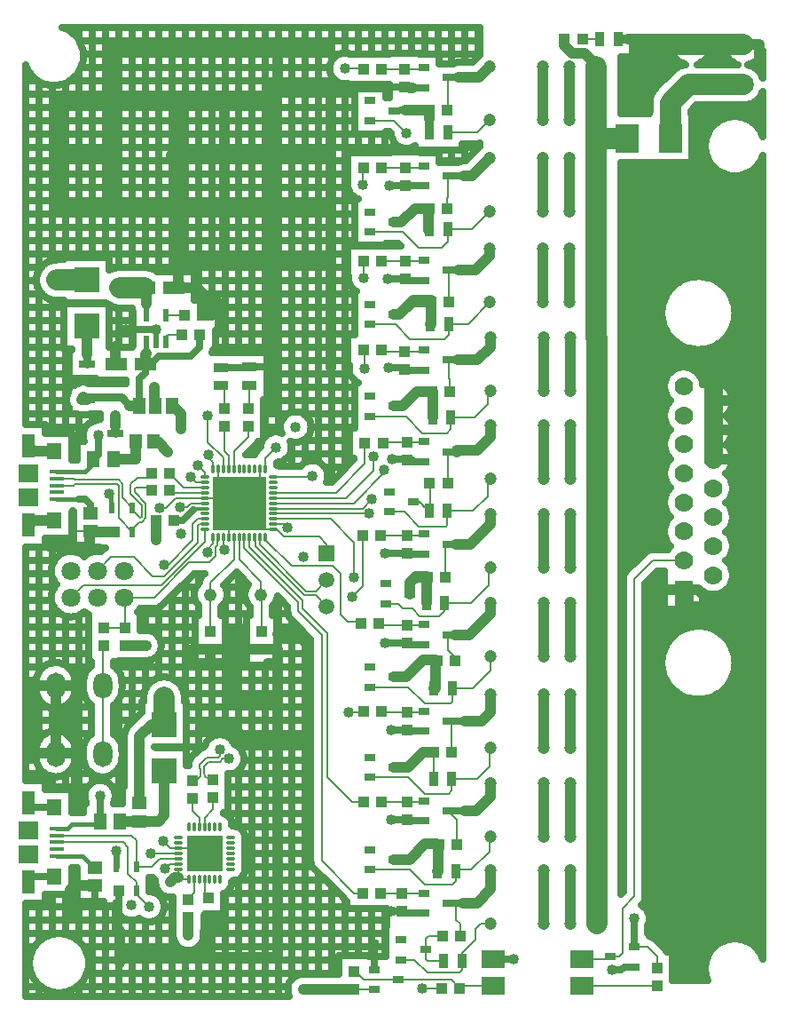
<source format=gbr>
G04 DipTrace 3.3.1.3*
G04 Top.gbr*
%MOMM*%
G04 #@! TF.FileFunction,Copper,L1,Top*
G04 #@! TF.Part,Single*
G04 #@! TA.AperFunction,CopperBalancing*
%ADD14C,0.2*%
G04 #@! TA.AperFunction,Conductor*
%ADD15C,0.55*%
%ADD16C,1.0*%
%ADD17C,0.7*%
%ADD18C,2.0*%
%ADD19C,0.65*%
%ADD20C,1.5*%
G04 #@! TA.AperFunction,ComponentPad*
%ADD21C,1.778*%
G04 #@! TA.AperFunction,ViaPad*
%ADD22C,1.016*%
G04 #@! TA.AperFunction,Conductor*
%ADD23C,0.85*%
%ADD24C,0.4*%
%ADD25C,0.6*%
%ADD26C,0.8*%
%ADD27C,0.3*%
G04 #@! TA.AperFunction,CopperBalancing*
%ADD28C,0.635*%
G04 #@! TA.AperFunction,ComponentPad*
%ADD29O,1.8X2.5*%
%ADD32R,1.0X1.1*%
%ADD33R,1.1X1.0*%
%ADD35R,2.0X1.2*%
%ADD37R,1.0X1.0*%
%ADD38R,0.6X1.0*%
%ADD40R,2.4X2.4*%
%ADD43R,1.6X0.8*%
%ADD45R,1.4X0.85*%
%ADD49R,1.05X0.65*%
%ADD50R,0.85X1.4*%
G04 #@! TA.AperFunction,ComponentPad*
%ADD51C,1.8*%
%ADD53R,1.35X0.4*%
%ADD54R,1.4X1.5*%
%ADD55R,1.3X2.3*%
%ADD56R,1.9X1.8*%
G04 #@! TA.AperFunction,ComponentPad*
%ADD57R,1.5X1.5*%
%ADD58C,1.5*%
%ADD59R,1.778X1.778*%
%ADD60R,1.45X1.2*%
%ADD61R,1.2X1.45*%
G04 #@! TA.AperFunction,ComponentPad*
%ADD62C,1.2*%
%ADD63R,1.3X1.5*%
%ADD66R,2.286X2.794*%
%ADD68O,0.85X0.3*%
%ADD69O,0.3X0.85*%
%ADD70R,3.5X3.5*%
%ADD73R,0.55X1.2*%
%ADD75R,5.2X5.2*%
%ADD76R,2.2X1.7*%
G04 #@! TA.AperFunction,ComponentPad*
%ADD77C,2.0*%
%ADD78C,1.2192*%
%FSLAX35Y35*%
G04*
G71*
G90*
G75*
G01*
G04 Top*
%LPD*%
X4268000Y1200000D2*
D14*
X4452000D1*
X4455000Y1197000D1*
X2840000Y6035000D2*
X2755000D1*
X2706000Y6084000D1*
X3018500Y5506500D2*
Y5405500D1*
X3029000Y5395000D1*
X2281000Y7629020D2*
D15*
Y7739020D1*
D16*
Y7875000D1*
X2266000Y7890000D1*
X3418500Y6163500D2*
D14*
Y6265500D1*
X3522000Y6369000D1*
X2266000Y7890000D2*
D18*
X2029000D1*
X2529227Y6766000D2*
D16*
X2535000D1*
X2612000Y6689000D1*
Y6545000D1*
X4268000Y1200000D2*
X3779000D1*
X2080000Y4480000D2*
X2281000D1*
X2684000Y1884000D2*
Y1716000D1*
X3069710Y3399007D2*
D14*
X3012010D1*
X2983523Y3370523D1*
X2875520D1*
X2833150Y3328153D1*
X2835470Y3267907D1*
X2837673Y3236293D1*
X2880353Y3199170D1*
X2921000Y3202000D1*
X4005000Y5104000D2*
X3898000Y4997000D1*
X3866000D1*
X3809283D1*
X3363500Y5442783D1*
Y5501500D1*
X3368500Y5506500D1*
X2983723Y3484993D2*
Y3427293D1*
X2966957Y3410523D1*
X2858953D1*
X2792510Y3344080D1*
X2795523Y3265747D1*
X2797770Y3233513D1*
X2760647Y3190830D1*
X2720000Y3188000D1*
X4005000Y4850000D2*
X3898000Y4957000D1*
X3866000D1*
X3792717D1*
X3323500Y5426217D1*
Y5501500D1*
X3318500Y5506500D1*
X1427000Y6070000D2*
X1586000D1*
X1598500Y6057500D1*
X2018097D1*
X2058500Y6017097D1*
Y5887973D1*
X2146000Y5787000D1*
X2332000Y6119000D2*
Y6100470D1*
X2293883Y6081000D1*
X2196207D1*
X2130613Y6015407D1*
Y5975737D1*
Y5924330D1*
X2238000Y5816943D1*
Y5708970D1*
X2223013Y5693987D1*
X2146000Y5771000D1*
Y5787000D1*
X1427000Y6005000D2*
X1586000D1*
X1598500Y6017500D1*
X2001530D1*
X2018500Y6000530D1*
Y5887973D1*
Y5692400D1*
X2146000Y5564900D1*
Y5557000D1*
X2337000Y5962000D2*
Y5980530D1*
X2295157Y5988000D1*
X2182877D1*
X2170613Y5975737D1*
Y5940897D1*
X2278000Y5833510D1*
Y5692403D1*
X2251300Y5665700D1*
X2237597Y5652000D1*
X2212000D1*
X2146000Y5586000D1*
Y5557000D1*
X4747000Y9804000D2*
D16*
X4822500Y9797000D1*
D19*
X4932000D1*
X3368500Y6163500D2*
D14*
Y6035000D1*
X3168500Y5835000D1*
X2968500Y6163500D2*
Y6035000D1*
X3168500Y5835000D1*
X2840000Y5885000D2*
X3118500D1*
X3168500Y5835000D1*
X3068500Y5506500D2*
Y5735000D1*
X3168500Y5835000D1*
X3497000Y5585000D2*
X3418500D1*
X3168500Y5835000D1*
X2588000Y2547000D2*
X2788000D1*
X2838000Y2497000D1*
X1416000Y3447000D2*
Y3691000D1*
Y3788600D1*
Y3842090D1*
Y4097000D1*
X4932000Y7106000D2*
X4755000D1*
X4748000Y7113000D1*
X4932000Y8859000D2*
D19*
X4893500D1*
D17*
X4760000D1*
X4755000Y8864000D1*
X4932000Y7961000D2*
D19*
X4843500D1*
D17*
X4766000D1*
X4755000Y7972000D1*
X4932000Y7106000D2*
D19*
X4838500D1*
D17*
X4755000D1*
X4748000Y7113000D1*
X4932000Y6232000D2*
D19*
X4826500D1*
D17*
Y6244000D1*
X4771000D1*
X4770000Y6243000D1*
Y5357000D2*
X4808500D1*
X4815500Y5350000D1*
D19*
X4932000D1*
Y4487000D2*
X4808500D1*
D17*
X4788000D1*
X4769000Y4506000D1*
X4932000Y3663000D2*
D19*
X4899500D1*
D17*
X4778000D1*
X4769000Y3672000D1*
X4932000Y2806000D2*
D19*
X4898500D1*
D17*
X4777000D1*
X4769000Y2814000D1*
X4932000Y1929000D2*
D19*
X4886500D1*
D17*
X4739000D1*
X4724000Y1944000D1*
X4747000Y9804000D2*
X4598000D1*
X4755000Y8864000D2*
X4608000D1*
X4603000Y8859000D1*
X4755000Y7972000D2*
X4590000D1*
X4748000Y7113000D2*
Y7125000D1*
X4591000D1*
X4770000Y6243000D2*
Y6254000D1*
X4631000D1*
X4770000Y5357000D2*
X4560000D1*
X4769000Y4506000D2*
X4560000D1*
X4769000Y3672000D2*
X4617000D1*
X4769000Y2814000D2*
X4617000D1*
X4724000Y1944000D2*
X4617000D1*
X2891000Y4443000D2*
D16*
X2890000D1*
Y4310000D1*
X1416000Y3447000D2*
Y3454000D1*
X1616000D1*
X1416000Y4097000D2*
X1616000D1*
X1752000Y5571000D2*
X1745000D1*
Y5420000D1*
X1976000Y5557000D2*
X1766000D1*
X1752000Y5571000D1*
X1993000Y7165000D2*
X1986000D1*
Y7332000D1*
X2546000Y7890000D2*
X2590000D1*
Y8117000D1*
X2817877Y7628760D2*
Y7836397D1*
X2838000Y2497000D2*
D3*
X2879000Y1904000D2*
X2848000D1*
Y1803000D1*
X3168500Y5835000D2*
D14*
D3*
X1792000Y2191000D2*
D17*
Y2014000D1*
X2017000Y2139000D2*
Y2014000D1*
X2007000D1*
X2998000Y7131000D2*
X3265000D1*
X3267000Y7133000D1*
X3439000D1*
X3457000Y7151000D1*
X2376000Y7369000D2*
D15*
Y7464000D1*
D17*
Y7488000D1*
X2089000D1*
X4455000Y1387000D2*
D19*
Y1454500D1*
D17*
Y1631000D1*
X5592000Y1492000D2*
X5789000D1*
X2840000Y5885000D2*
D14*
X2560000D1*
X2466000Y5791000D1*
X2414000D1*
X2546000Y7890000D2*
D16*
X2764273D1*
X2817877Y7836397D1*
Y7628760D2*
X2912000D1*
Y7742273D1*
X2817877Y7836397D1*
X2891000Y4443000D2*
X2726000D1*
Y4310000D1*
X2890000D1*
X2891000Y4443000D2*
X3051000D1*
X3100000D1*
X3111000D1*
X3380000D1*
X2879000Y1904000D2*
X3012000D1*
Y1803000D1*
X2848000D1*
X2590000Y8117000D2*
Y8413000D1*
Y9663000D1*
X3496000D1*
Y9804000D1*
X3994230D1*
X4598000D1*
X1416000Y4097000D2*
X1196000D1*
Y3452000D1*
X1411000D1*
X1416000Y3447000D1*
Y4097000D2*
Y3447000D1*
X1616000Y3454000D2*
Y3107000D1*
X3468000Y6743000D2*
Y7151000D1*
D17*
X3457000D1*
D16*
Y7180000D1*
X3496000Y7219000D1*
Y9663000D1*
X2590000Y8117000D2*
D3*
X3111000Y4583000D2*
Y4443000D1*
X3100000D2*
Y3959000D1*
X3088000Y3947000D1*
X3380000Y4443000D2*
X3534000D1*
Y4310000D1*
X3442000D1*
X1792000Y2191000D2*
X1597000D1*
X1557000Y2151000D1*
Y1897000D1*
X1745000Y5420000D2*
X1372000D1*
X4005000Y5358000D2*
D14*
Y5446000D1*
X3935000Y5516000D1*
X3594000D1*
X3525000Y5585000D1*
X3497000D1*
X2524000Y8620000D2*
Y8479000D1*
X2590000Y8413000D1*
X2016000Y8620000D2*
D16*
Y8658000D1*
X1508000D1*
Y8620000D1*
X1457000D1*
Y9154000D1*
X1508000D1*
D14*
X1966000D1*
Y9143000D1*
X1508000Y9154000D2*
X1507000Y9662000D1*
X1965000D1*
Y9649000D1*
Y10181000D1*
X1968000D1*
X2524000D1*
Y10171000D1*
D16*
X3027000D1*
D14*
Y10165000D1*
X3538000D1*
Y10169000D1*
Y9636000D1*
X3488000D1*
Y9135000D1*
X3500000D1*
Y9158000D1*
X4048000D1*
Y9128000D1*
Y8620000D1*
Y8112000D1*
Y7604000D1*
Y7124000D1*
X3540000Y8112000D2*
X4048000D1*
X3540000Y8620000D2*
D16*
Y8642000D1*
X4048000D1*
Y8620000D1*
X3540000D2*
Y8650000D1*
X3032000D1*
Y8620000D1*
Y8112000D2*
Y8620000D1*
D14*
Y9128000D1*
Y9661000D1*
X3021000D1*
X3032000Y9128000D2*
Y9151000D1*
X2524000D1*
Y9128000D1*
X2016000Y8620000D2*
D16*
Y8651000D1*
X2524000D1*
Y8620000D1*
X3540000Y3032000D2*
Y3540000D1*
Y3032000D2*
Y2524000D1*
D14*
Y2016000D1*
X2006000Y1763000D2*
Y1455000D1*
X2026000D1*
X3538000Y10169000D2*
D16*
X3986000D1*
X2524000Y9668000D2*
X1946000D1*
X1965000Y9649000D1*
X3540000Y1508000D2*
Y2016000D1*
Y2524000D1*
Y1508000D2*
X2912000D1*
X2848000Y1572000D1*
Y1803000D1*
X2912000Y1508000D2*
X2889000Y1531000D1*
X2026000D1*
Y1455000D1*
Y1763000D1*
X2006000D1*
X2007000D1*
Y2014000D1*
X3540000Y3540000D2*
Y3947000D1*
X3088000D1*
X3540000D2*
X3534000Y4310000D1*
X2890000D2*
D3*
X3111000Y4583000D2*
X3205283D1*
Y4310000D1*
X2890000D1*
X3111000Y4583000D2*
X3051000D1*
Y4443000D1*
X4048000Y7124000D2*
Y7604000D1*
Y8112000D1*
Y8620000D1*
Y9128000D1*
Y9151000D1*
X3500000D1*
Y9135000D1*
X3511000D1*
Y9636000D1*
X3488000D1*
X4048000Y9128000D2*
Y9750230D1*
X3994230Y9804000D1*
X3538000Y10169000D2*
Y9819470D1*
X3522530Y9804000D1*
X3496000D1*
X3538000Y10169000D2*
X3027000D1*
Y10165000D1*
X2524000Y10171000D2*
X1968000D1*
Y10181000D1*
Y9649000D1*
X1965000D1*
Y9143000D1*
X1966000D1*
Y9154000D1*
X1508000D1*
X1448170D1*
Y9662000D1*
X1507000D1*
X1965000D1*
Y9649000D1*
X1966000Y9143000D2*
X1968000D1*
Y8620000D1*
X2016000D1*
X3032000Y9128000D2*
Y8620000D1*
Y8650000D2*
X2524000D1*
Y8620000D1*
X3032000Y9128000D2*
Y9154000D1*
X2524000D1*
Y9128000D1*
X3032000D2*
Y9146000D1*
X3511000D1*
X3500000Y9135000D1*
X3032000Y9128000D2*
Y9661000D1*
X3021000D1*
X3540000Y8112000D2*
Y8136000D1*
X3032000D1*
Y8112000D1*
Y8147533D1*
X2590000D1*
Y8117000D1*
X3540000Y8136000D2*
X4048000D1*
Y8112000D1*
X2846000Y3705000D2*
X3074000D1*
D20*
X3209000Y3570000D1*
D16*
X3510000D1*
X3540000Y3540000D1*
X3534000Y4591000D2*
X3717000D1*
X3818000Y4490000D1*
Y3628000D1*
X3760000Y3570000D1*
X3540000D1*
Y3540000D1*
X2588000Y2547000D2*
D14*
X2509000D1*
X2443000Y2613000D1*
X1616000Y4097000D2*
D16*
Y3842090D1*
Y3788600D1*
Y3698310D1*
Y3454000D1*
X1416000Y3788600D2*
X1616000D1*
X1416000Y3842090D2*
X1616000D1*
X1416000Y3691000D2*
X1616000Y3698310D1*
X3868000Y6095000D2*
D14*
X3858000Y6085000D1*
X3497000D1*
X3218500Y5506500D2*
Y5410500D1*
X3735000Y4894000D1*
Y4805000D1*
X3957000Y4583000D1*
Y2427000D1*
X4265000Y2119000D1*
X4347000D1*
X3268500Y5506500D2*
Y5417500D1*
X3774000Y4912000D1*
Y4832000D1*
X4010000Y4596000D1*
Y3223000D1*
X4250000Y2983000D1*
X4355000D1*
X3497000Y5685000D2*
X4043000D1*
X4268000Y5460000D1*
Y5129000D1*
X4212000Y3842000D2*
Y3845000D1*
X4350000D1*
X4355000Y3850000D1*
X3418500Y5506500D2*
Y5486500D1*
X3670000Y5235000D1*
X4064000D1*
X4137000Y5162000D1*
Y4770000D1*
X4205000Y4702000D1*
X4325000D1*
X4334000Y4693000D1*
X3497000Y5735000D2*
X4409000D1*
X4180000Y9980000D2*
X4360000D1*
X4355000Y9975000D1*
X3497000Y5785000D2*
X4345000D1*
X4437000Y5877000D1*
X4350000Y8875000D2*
Y9039000D1*
X4355000Y9034000D1*
X3497000Y5835000D2*
X4264000D1*
X4553000Y6124000D1*
Y6151000D1*
X4360000Y7980000D2*
X4355000Y7985000D1*
Y8141000D1*
X3497000Y5885000D2*
X4191000D1*
X4452000Y6146000D1*
Y6281000D1*
X4363000Y7116000D2*
X4368000D1*
Y7280000D1*
X4355000Y7293000D1*
X3497000Y5935000D2*
X4095000D1*
X4370000Y6210000D1*
Y6410000D1*
X4348000Y5531000D2*
Y5043000D1*
X4244000Y4939000D1*
X2864000Y5363000D2*
Y5394000D1*
X2918500Y5448500D1*
Y5506500D1*
X2840000Y6085000D2*
Y6129000D1*
X2770000Y6199000D1*
X4914000Y1207000D2*
X5103000D1*
X5106000Y1210000D1*
X3032000Y6570000D2*
Y6328000D1*
X3068500Y6291500D1*
Y6163500D1*
X3118500D2*
Y6331500D1*
X3256000Y6469000D1*
Y6570000D1*
X2840000Y5585000D2*
Y5469000D1*
X2423000Y5052000D1*
X1679000D1*
X1563000Y4936000D1*
X2840000Y5635000D2*
X2789000D1*
X2770000Y5616000D1*
Y5458000D1*
X2449000Y5137000D1*
X2346000D1*
X2163000Y5320000D1*
X1947000D1*
X1817000Y5190000D1*
X6786000Y10258000D2*
X7430000D1*
X7483000Y10205000D1*
X7983000D2*
D18*
X7483000D1*
X6939000Y1415000D2*
D17*
X6845000D1*
X6816000Y1386000D1*
X6724000D1*
X7410533Y5011700D2*
D21*
Y4795000D1*
D18*
X7789000D1*
X7870813Y4876813D1*
X7990000Y4996000D1*
Y6271300D1*
X8005000Y6256300D1*
D16*
X7695000D1*
D21*
Y6533133D1*
Y6810000D1*
D16*
X8005000D1*
D18*
Y8465000D1*
X7495953Y8974047D1*
X8005000Y6810000D2*
X7990000Y6533133D1*
X8005000Y6256300D1*
X7695000Y6533133D2*
D16*
X7990000D1*
X7787477Y8682523D2*
D22*
X7509000Y8391000D1*
X7906000Y8564000D2*
D18*
X7581907Y8268907D1*
X7509000Y8185093D1*
X7698000Y8771000D2*
X7509000Y8597960D1*
X7483000Y10205000D2*
X7295000D1*
X6984000Y9894000D1*
Y9740000D1*
X7695000Y6810000D2*
D21*
Y7044000D1*
D18*
X7838920Y7187920D1*
X7695000Y6810000D2*
D21*
Y7032000D1*
D18*
X7539080Y7187920D1*
X6786000Y10258000D2*
D23*
X6878500D1*
D16*
X7430000D1*
X7483000Y10205000D1*
X7092000Y5011700D2*
Y4273000D1*
X7410533Y5011700D2*
X7092000D1*
X7410533D2*
X7553300D1*
X7688187Y4876813D1*
X7870813D1*
X7983000Y10205000D2*
X7483000D1*
X7983000D2*
X8130000D1*
Y10026000D1*
X2588000Y2447000D2*
D14*
X2408000D1*
X2330000Y2369000D1*
X2187000D1*
Y2623000D1*
X2142000Y2668000D1*
X1427000D1*
Y2603000D2*
X2062000D1*
X2107000Y2558000D1*
Y2304000D1*
X2187000Y2224000D1*
Y2139000D1*
X2588000Y2497000D2*
X2329000D1*
X2308000Y1987000D2*
X2187000Y2108000D1*
Y2139000D1*
X3168500Y5506500D2*
Y5300500D1*
X3379000Y5090000D1*
Y4964000D1*
X3380000Y4613000D2*
Y4963000D1*
X3379000Y4964000D1*
X2896400D2*
Y5074400D1*
X3118500Y5296500D1*
Y5506500D1*
X2891000Y4613000D2*
Y4958600D1*
X2896400Y4964000D1*
X1969000Y6255000D2*
D16*
X2181000D1*
Y6422000D1*
Y6261000D1*
X6331000Y4009000D2*
Y3501000D1*
X1427000Y5875000D2*
D24*
X1643500D1*
D17*
X1701000D1*
X1752000Y5824000D1*
Y5741000D1*
X6077000Y2659000D2*
D16*
Y3167000D1*
Y3501000D2*
Y4009000D1*
X6323000Y9486000D2*
Y9994000D1*
X6577000D2*
D18*
Y9486000D1*
Y9314000D1*
Y9126000D1*
Y8618000D1*
X6874000Y9314000D2*
X6577000D1*
Y8618000D2*
Y8264000D1*
X6579000D1*
Y7756000D1*
Y7419000D1*
X6580000D1*
Y6911000D1*
Y6574000D1*
X6583000D1*
Y6066000D1*
Y5730000D1*
Y5222000D1*
Y4881000D1*
X6584000Y4880000D1*
Y4372000D1*
Y4010000D1*
X6585000Y4009000D1*
Y3501000D1*
Y3167000D1*
Y2659000D1*
Y2336000D1*
X6583000D1*
Y1828000D1*
X6275000Y10261000D2*
D16*
Y10201000D1*
X6348000Y10128000D1*
X6464000D1*
X6577000Y10015000D1*
Y9994000D1*
X7156000Y1403000D2*
D14*
Y1512000D1*
X7063000Y1605000D1*
X6939000D1*
D19*
Y1672500D1*
D17*
Y1874000D1*
X6075000Y1828000D2*
D16*
Y2336000D1*
X6329000D2*
Y1828000D1*
X4419000Y9482000D2*
D14*
X4649000D1*
X4766000Y9365000D1*
X5163000Y9369000D2*
X5444000D1*
X5561000Y9486000D1*
X5167000Y7546000D2*
X5353000D1*
X5563000Y7756000D1*
X5163000Y8451000D2*
X5394000D1*
X5561000Y8618000D1*
X5190000Y6654000D2*
X5417000D1*
X5543000Y6780000D1*
Y6911000D1*
X5564000D1*
X5155000Y5760000D2*
X5398000D1*
X5540000Y5902000D1*
Y6066000D1*
X5567000D1*
X5132000Y4887000D2*
X5386000D1*
X5555000Y5056000D1*
Y5222000D1*
X5567000D1*
X5201000Y4074000D2*
X5402000D1*
X5564000Y4236000D1*
Y4372000D1*
X5568000D1*
X5198000Y3211000D2*
X5444000D1*
X5561000Y3328000D1*
Y3501000D1*
X5569000D1*
X5237000Y2323000D2*
Y2341000D1*
X5385000D1*
X5560000Y2516000D1*
Y2659000D1*
X5569000D1*
X5298000Y1471000D2*
Y1550000D1*
X5423000Y1675000D1*
Y1778000D1*
X5473000Y1828000D1*
X5567000D1*
X4419000Y8421000D2*
X4732000D1*
X4886000Y8267000D1*
X5100000D1*
X5163000Y8330000D1*
Y8451000D1*
X5167000Y7546000D2*
Y7441000D1*
X5128000Y7402000D1*
X4798000D1*
X4662000Y7538000D1*
X4419000D1*
X5190000Y6654000D2*
Y6543000D1*
X5151000Y6504000D1*
X4920000D1*
X4760000Y6664000D1*
X4419000D1*
X5155000Y5760000D2*
Y5626000D1*
X5143000Y5614000D1*
X4881000D1*
X4743000Y5752000D1*
X4599000D1*
X5132000Y4887000D2*
Y4811000D1*
X5080000Y4759000D1*
X4894000D1*
X4821000Y4832000D1*
X4733000D1*
X4689000Y4876000D1*
X4569000D1*
X5201000Y4074000D2*
Y3941000D1*
X5186000Y3926000D1*
X4940000D1*
X4784000Y4082000D1*
X4419000D1*
X5198000Y3211000D2*
Y3096000D1*
X5167000Y3065000D1*
X4943000D1*
X4784000Y3224000D1*
X4419000D1*
X5237000Y2323000D2*
Y2231000D1*
X5205000Y2199000D1*
X4942000D1*
X4799000Y2342000D1*
X4419000D1*
X5298000Y1471000D2*
Y1388000D1*
X5271000Y1361000D1*
X4965000D1*
X4842000Y1484000D1*
X4717000D1*
X2371000Y6766000D2*
D16*
X2361000D1*
Y6939000D1*
X5162000Y2901000D2*
D19*
X5318500D1*
D16*
X5435000D1*
X5569000Y3035000D1*
Y3167000D1*
X5247000Y2578000D2*
D14*
Y2816000D1*
X5162000Y2901000D1*
X4525000Y2983000D2*
X4768000D1*
X4769000Y2984000D1*
X4920000D1*
X4932000Y2996000D1*
X4649000Y2437000D2*
D16*
X4794000D1*
X4945000Y2588000D1*
X5055000D1*
X5071000Y2572000D1*
Y2323000D1*
X5062000D1*
X4649000Y2437000D2*
D14*
X4794000D1*
X4945000Y2588000D1*
X5077000D1*
Y2578000D1*
X4947000Y1579000D2*
Y1681000D1*
X4978000Y1712000D1*
X5110000D1*
X4947000Y1579000D2*
Y1487000D1*
X4963000Y1471000D1*
X5123000D1*
X2219000Y2805000D2*
D16*
X2031000D1*
X2030000Y2804000D1*
X2452000Y3287000D2*
Y2859000D1*
X2398000Y2805000D1*
X2219000D1*
X7983000Y9824000D2*
D18*
X7483000D1*
X7453000D1*
X7283200Y9654200D1*
Y9314000D1*
X6331000Y3167000D2*
D16*
Y2659000D1*
X5569000Y4009000D2*
Y3845000D1*
X5482000Y3758000D1*
X5319500D1*
D19*
X5162000D1*
X5197000Y3461000D2*
D14*
Y3723000D1*
X5162000Y3758000D1*
X4769000Y3842000D2*
X4921000D1*
X4932000Y3853000D1*
X4769000Y3842000D2*
X4533000D1*
X4525000Y3850000D1*
X4649000Y3319000D2*
D16*
X4783000D1*
X4926000Y3462000D1*
X5028000D1*
D14*
Y3211000D1*
X5023000D1*
X4649000Y3319000D2*
X4783000D1*
X4925000Y3461000D1*
X5027000D1*
X6330000Y4372000D2*
D16*
Y4880000D1*
X6076000D2*
Y4372000D1*
X5162000Y4582000D2*
D19*
X5228500D1*
D16*
X5369000D1*
X5568000Y4781000D1*
Y4880000D1*
X5226000Y4334000D2*
D14*
Y4370000D1*
X5162000Y4434000D1*
Y4582000D1*
X4769000Y4676000D2*
X4931000D1*
X4932000Y4677000D1*
X4769000Y4676000D2*
X4504000D1*
Y4693000D1*
X5026000Y4074000D2*
D16*
X5045000D1*
Y4338000D1*
X4927000D1*
X4766000Y4177000D1*
X4649000D1*
D14*
X4766000D1*
X4923000Y4334000D1*
X5056000D1*
X6323000Y8618000D2*
D16*
Y9126000D1*
X6325000Y7756000D2*
Y8264000D1*
X6069000Y9994000D2*
Y9486000D1*
X6329000Y5222000D2*
Y5730000D1*
X5561000Y9994000D2*
X5459000Y9892000D1*
X5264500D1*
D19*
X5162000D1*
X5156000Y9581000D2*
D14*
X5162000D1*
Y9892000D1*
Y2024000D2*
D19*
X5237813D1*
X5306500D1*
D16*
X5437000D1*
X5567000Y2154000D1*
Y2336000D1*
X5280000Y1712000D2*
D14*
Y1823000D1*
X5237813Y1865187D1*
Y2024000D1*
X4747000Y9974000D2*
X4919000D1*
X4932000Y9987000D1*
X4747000Y9974000D2*
X4526000D1*
X4525000Y9975000D1*
X4517000Y2119000D2*
X4719000D1*
X4724000Y2114000D1*
X4927000D1*
X4932000Y2119000D1*
X1779000Y6255000D2*
D17*
X1798000D1*
D24*
X1736000Y6193000D1*
X1760000D1*
X1702000Y6135000D1*
X1427000D1*
X1823000Y6481000D2*
D17*
Y6299000D1*
X1779000Y6255000D1*
X4649000Y9577000D2*
D19*
X4751500Y9581000D1*
D16*
X4986000D1*
Y9503000D1*
X4988000Y9501000D1*
D23*
Y9369000D1*
X6069000Y9126000D2*
D16*
Y8618000D1*
X5561000Y9126000D2*
X5389000Y8954000D1*
X5313500D1*
D19*
X5162000D1*
X5156000Y8646000D2*
D14*
Y8748000D1*
X5162000Y8754000D1*
Y8954000D1*
X4755000Y9034000D2*
X4917000D1*
X4932000Y9049000D1*
X4755000Y9034000D2*
X4525000D1*
X4649000Y8516000D2*
D16*
X4715000D1*
X4845000Y8646000D1*
X4986000D1*
X4649000Y8516000D2*
D14*
X4772000D1*
X4903000Y8647000D1*
X4979000D1*
D16*
Y8442000D1*
D14*
X4988000Y8451000D1*
X3497000Y5635000D2*
X3599000D1*
X3633000Y5601000D1*
X2918500Y6163500D2*
Y6226500D1*
X2879000Y6266000D1*
Y6295000D1*
X6071000Y8264000D2*
D16*
Y7756000D1*
X6326000Y6911000D2*
Y7419000D1*
X6329000Y6066000D2*
Y6574000D1*
X5162000Y8056000D2*
D19*
X5263500D1*
D16*
X5422000D1*
X5563000Y8197000D1*
Y8264000D1*
X5167000Y7753000D2*
D14*
Y8051000D1*
X5162000Y8056000D1*
X4755000Y8142000D2*
X4923000D1*
X4932000Y8151000D1*
X4755000Y8142000D2*
X4525000D1*
Y8141000D1*
X4649000Y7633000D2*
D16*
X4700000D1*
X4820000Y7753000D1*
X4997000D1*
X4649000Y7633000D2*
X4698000D1*
X4832000Y7767000D1*
X5003000D1*
Y7546000D1*
X4992000D1*
X6072000Y7419000D2*
Y6911000D1*
X5162000Y7201000D2*
D19*
X5258500D1*
D16*
X5443000D1*
X5564000Y7322000D1*
Y7419000D1*
X5181000Y6900000D2*
D14*
Y7018000D1*
X5173000Y7026000D1*
Y7190000D1*
X5162000Y7201000D1*
X4748000Y7283000D2*
X4919000D1*
X4932000Y7296000D1*
X4748000Y7283000D2*
X4535000D1*
X4525000Y7293000D1*
X4649000Y6759000D2*
D16*
X4726000D1*
X4867000Y6900000D1*
X5011000D1*
X4726000Y6759000D2*
X4863000Y6896000D1*
X5015000D1*
Y6654000D1*
X6075000Y6574000D2*
Y6066000D1*
X5162000Y6327000D2*
D19*
X5246500D1*
D16*
Y6339000D1*
X5439000D1*
X5567000Y6467000D1*
Y6574000D1*
X5158000Y6027000D2*
D14*
Y6323000D1*
X5162000Y6327000D1*
X4770000Y6413000D2*
X4923000D1*
X4932000Y6422000D1*
X4770000Y6413000D2*
X4543000D1*
X4540000Y6410000D1*
X4829000Y5847000D2*
Y5843000D1*
X4896000D1*
X4937000Y5802000D1*
X4995000D1*
Y6034000D1*
X4988000Y6027000D1*
X4980000Y5760000D2*
X5011000D1*
X4991000Y5780000D1*
Y5805000D1*
X4933000D1*
X4891000Y5847000D1*
X4829000D1*
X6075000Y5730000D2*
D16*
Y5222000D1*
X5162000Y5445000D2*
D19*
X5235500D1*
D16*
X5372000D1*
X5567000Y5640000D1*
Y5730000D1*
X5136000Y5129000D2*
D14*
Y5419000D1*
X5162000Y5445000D1*
X4770000Y5527000D2*
X4522000D1*
X4518000Y5531000D1*
X4770000Y5527000D2*
X4919000D1*
X4932000Y5540000D1*
X4799000Y4971000D2*
D16*
Y5075000D1*
X4853000Y5129000D1*
X4966000D1*
X4799000Y4971000D2*
Y5081000D1*
X4855000Y5137000D1*
X4957000D1*
Y4887000D1*
X6442000Y1492000D2*
D14*
X6691000D1*
X6709000Y1510000D1*
X7410533Y5288533D2*
X7116533D1*
X6941000Y5113000D1*
Y2087000D1*
X6829000Y1975000D1*
Y1545000D1*
X6794000Y1510000D1*
X6709000D1*
X3032000Y6740000D2*
Y6922000D1*
X2998000Y6956000D1*
X3256000Y6740000D2*
Y6731000D1*
X3267000D1*
Y6958000D1*
X2840000Y5835000D2*
X2708000D1*
X2674000Y5801000D1*
X2606000D1*
X3018500Y6163500D2*
Y6268500D1*
X2868000Y6419000D1*
Y6669000D1*
X2840000Y5935000D2*
X2507000D1*
Y5962000D1*
X2840000Y5985000D2*
X2636000D1*
X2502000Y6119000D1*
X1866000Y4097000D2*
Y3447000D1*
Y4097000D2*
Y4469000D1*
X1875000Y4478000D1*
X6442000Y1238000D2*
X7151000D1*
X7156000Y1233000D1*
X5592000Y1238000D2*
X5304000D1*
X5276000Y1210000D1*
X4685000Y1292000D2*
X5194000D1*
X5276000Y1210000D1*
X4268000Y1370000D2*
X4282000D1*
X4360000Y1292000D1*
X4685000D1*
X6611000Y10258000D2*
X6448000D1*
X6445000Y10261000D1*
X2720000Y3018000D2*
Y2899000D1*
X2788000Y2831000D1*
Y2747000D1*
X2838000D2*
Y2833000D1*
X2921000Y2916000D1*
Y3032000D1*
X2588000Y2347000D2*
Y2265000D1*
X2606000Y2247000D1*
X2688000D1*
X2588000Y2265000D2*
D16*
X2553000D1*
X2514000Y2226000D1*
X1840000Y2804000D2*
D17*
Y2772000D1*
D24*
X1572000D1*
X1533000Y2733000D1*
X1427000D1*
X1997000Y2369000D2*
D25*
Y2518000D1*
X1840000Y2804000D2*
D17*
Y3046000D1*
X1427000Y2473000D2*
D24*
X1673000D1*
X1739000Y2407000D1*
D14*
X1792000Y2354000D1*
Y2361000D1*
X2838000Y2247000D2*
Y2115000D1*
X2879000Y2074000D1*
X2588000Y2397000D2*
X2512000D1*
X2464000Y2349000D1*
X2684000Y2054000D2*
Y2066000D1*
X2738000Y2120000D1*
Y2247000D1*
X2647877Y7628760D2*
X2471260D1*
X2471000Y7629020D1*
X2620877Y7439760D2*
X2489760D1*
X2471000Y7421000D1*
Y7369000D1*
X2351000Y6422000D2*
D16*
X2390000D1*
X2486000Y6326000D1*
X2219253Y6766000D2*
X2126000D1*
D26*
X2048000Y6844000D1*
X1988000D1*
X1684000D1*
D16*
X1664000Y6824000D1*
X1717000D1*
X2273000Y7165000D2*
Y7251000D1*
X2281000Y7259000D1*
D15*
Y7369000D1*
X2790877Y7439760D2*
D17*
Y7324877D1*
X2706000Y7240000D1*
X2399000D1*
X2273000Y7114000D1*
Y7165000D1*
X2219253Y6766000D2*
Y7024253D1*
X2273000Y7078000D1*
Y7165000D1*
X2219000Y2975000D2*
D16*
Y3616000D1*
X2330000Y3727000D1*
X2452000D1*
X1713000Y7962000D2*
D18*
X1428000D1*
X2452000Y3984000D2*
Y3727000D1*
X1404500Y5675000D2*
D16*
X1204500D1*
X1159500Y5630000D1*
X1404500Y6335000D2*
X1204500D1*
X1159500Y6380000D1*
X1404500Y2273000D2*
D17*
X1204500D1*
X1159500Y2228000D1*
X1404500Y2933000D2*
X1204500D1*
X1159500Y2978000D1*
X2968500Y5506500D2*
D14*
X2964000D1*
Y5435000D1*
X2942000Y5413000D1*
Y5331000D1*
X2882000Y5271000D1*
X2693000D1*
X2358000Y4936000D1*
X2071000D1*
X1875000Y4648000D2*
X2078000D1*
X2080000Y4650000D1*
Y4927000D1*
X2071000Y4936000D1*
X2450000Y5249000D2*
X2491000D1*
X2725000Y5483000D1*
Y5639000D1*
X2771000Y5685000D1*
X2840000D1*
X1956000Y5787000D2*
D24*
X1948000D1*
Y5888000D1*
X1931000Y5905000D1*
Y5928000D1*
X2373000Y5486000D2*
D16*
Y5672000D1*
X1988000Y6504000D2*
D26*
Y6570000D1*
D16*
Y6673000D1*
X1717000Y7164000D2*
D26*
Y7254000D1*
D16*
Y7518000D1*
X1713000Y7522000D1*
X2840000Y5785000D2*
D27*
X2744000D1*
X2730000Y5771000D1*
D17*
X2631000Y5672000D1*
X2543000D1*
D22*
X2706000Y6084000D3*
X3029000Y5395000D3*
X3522000Y6369000D3*
X2029000Y7890000D3*
X3709000Y6562000D3*
X2612000Y6545000D3*
D3*
X3779000Y5320000D3*
Y1200000D3*
Y5320000D3*
X2281000Y4480000D3*
X2684000Y1716000D3*
X3779000Y1200000D3*
X3069710Y3399007D3*
X2983723Y3484993D3*
X4598000Y9804000D3*
X4603000Y8859000D3*
X4590000Y7972000D3*
X4591000Y7125000D3*
X4631000Y6254000D3*
X4560000Y5357000D3*
Y4506000D3*
Y5357000D3*
X4617000Y3672000D3*
X4560000Y4506000D3*
X4617000Y2814000D3*
Y3672000D3*
Y1944000D3*
Y2814000D3*
X2890000Y4310000D3*
X1616000Y3454000D3*
X4617000Y3672000D3*
X1616000Y4097000D3*
Y3454000D3*
X2890000Y4310000D3*
X1745000Y5420000D3*
X1986000Y7332000D3*
X2590000Y8117000D3*
X2817877Y7836397D3*
X2838000Y2497000D3*
X2848000Y1803000D3*
X2838000Y2497000D3*
X3239000Y5835000D3*
X1792000Y2014000D3*
X2007000D3*
X3457000Y7151000D3*
X3468000Y6743000D3*
X3239000Y5835000D3*
X2376000Y7488000D3*
X2089000D3*
X1745000Y5420000D3*
X2614000Y5547000D3*
X4455000Y1631000D3*
X4617000Y1944000D3*
X5789000Y1492000D3*
X4455000Y1631000D3*
X2838000Y2497000D3*
X2007000Y2014000D3*
X3239000Y5835000D3*
X2614000Y5547000D3*
D3*
X3239000Y5835000D3*
X2414000Y5791000D3*
X1745000Y5420000D3*
D3*
X1616000Y3454000D3*
Y4097000D3*
Y3454000D3*
X1792000Y2014000D3*
X1616000Y4097000D3*
D3*
Y3454000D3*
Y4097000D3*
Y3107000D3*
X3468000Y6743000D3*
X2590000Y8413000D3*
Y8117000D3*
Y8413000D3*
Y8117000D3*
D3*
X2817877Y7836397D3*
D3*
X2376000Y7488000D3*
D3*
X2089000D3*
D3*
X1986000Y7332000D3*
X3457000Y7151000D3*
D3*
X2817877Y7836397D3*
X4560000Y5357000D3*
X3111000Y4583000D3*
X2890000Y4310000D3*
X3088000Y3947000D3*
X2890000Y4310000D3*
X3088000Y3947000D3*
D3*
X2890000Y4310000D3*
D3*
X2726000D3*
X2590000Y8413000D3*
X2838000Y2497000D3*
X1557000Y1897000D3*
X1792000Y2014000D3*
X1372000Y5420000D3*
X3986000Y10169000D3*
D3*
X2524000Y9668000D3*
X1986000Y7332000D3*
X4560000Y4506000D3*
Y5357000D3*
Y4506000D3*
X4617000Y3672000D3*
D3*
Y2814000D3*
D3*
Y1944000D3*
D3*
X4455000Y1631000D3*
X2848000Y1803000D3*
X2007000Y2014000D3*
X3534000Y4310000D3*
X3111000Y4583000D3*
D3*
X2590000Y8117000D3*
Y8413000D3*
X3534000Y4310000D3*
D3*
X2846000Y3705000D3*
X3088000Y3947000D3*
X3534000Y4591000D3*
X2443000Y2613000D3*
X2838000Y2497000D3*
X3868000Y6095000D3*
X4268000Y5129000D3*
X4212000Y3842000D3*
X4409000Y5735000D3*
X4180000Y9980000D3*
X4437000Y5877000D3*
X4350000Y8875000D3*
X4553000Y6151000D3*
X4360000Y7980000D3*
X4452000Y6281000D3*
X4363000Y7116000D3*
X4244000Y4939000D3*
X2864000Y5363000D3*
X2770000Y6199000D3*
X4914000Y1207000D3*
X6724000Y1386000D3*
X7495953Y8974047D3*
D3*
D3*
D3*
D3*
X7787477Y8682523D3*
X7906000Y8564000D3*
D3*
X7787477Y8682523D3*
X7906000Y8564000D3*
X7495953Y8974047D3*
X7787477Y8682523D3*
X7906000Y8564000D3*
X7495953Y8974047D3*
X6984000Y9740000D3*
X7838920Y7187920D3*
X7539080D3*
X7838920D3*
X7092000Y5011700D3*
Y4273000D3*
Y5011700D3*
D3*
X8130000Y10026000D3*
X2329000Y2497000D3*
X2308000Y1987000D3*
X2181000Y6261000D3*
X6939000Y1874000D3*
X4766000Y9365000D3*
X2361000Y6939000D3*
X1823000Y6481000D3*
X3633000Y5601000D3*
X2879000Y6295000D3*
X3633000Y5601000D3*
X2606000Y5801000D3*
X2868000Y6669000D3*
X2514000Y2226000D3*
X2142000Y2004000D3*
X1997000Y2518000D3*
X1840000Y3046000D3*
X2464000Y2349000D3*
X2486000Y6326000D3*
X1428000Y7962000D3*
X2452000Y3984000D3*
X2450000Y5249000D3*
X1931000Y5928000D3*
X2373000Y5486000D3*
X1988000Y6673000D3*
D3*
X1931000Y5928000D3*
X7599000Y8873000D3*
X7698000Y8771000D3*
X2524000Y8620000D3*
X2016000D3*
X3032000D3*
Y8112000D3*
Y9128000D3*
X2524000D3*
X1966000Y9143000D3*
X1508000Y9154000D3*
Y8620000D3*
X3540000Y3032000D3*
Y2524000D3*
Y2016000D3*
Y1508000D3*
X2026000Y1455000D3*
X2006000Y1763000D3*
X3540000Y3540000D3*
X3021000Y9661000D3*
X3027000Y10165000D3*
X2524000Y10171000D3*
X1968000Y10181000D3*
X1965000Y9649000D3*
X1507000Y9662000D3*
X3538000Y10169000D3*
X3488000Y9636000D3*
X3500000Y9135000D3*
X3540000Y8620000D3*
Y8112000D3*
X4048000Y9128000D3*
Y8620000D3*
Y8112000D3*
Y7604000D3*
Y7124000D3*
X1648743Y10244250D2*
D28*
X5461890D1*
X1687937Y10117250D2*
X4126603D1*
X4897637D2*
X5461890D1*
X1666243Y9990250D2*
X4028897D1*
X1138147Y9863250D2*
X1240290D1*
X1559697D2*
X4087503D1*
X1138147Y9736250D2*
X4265877D1*
X1138147Y9609250D2*
X4265877D1*
X1138147Y9482250D2*
X4265877D1*
X1138147Y9355250D2*
X4265877D1*
X4572157D2*
X4614873D1*
X1138147Y9228250D2*
X4711123D1*
X5306153D2*
X5452867D1*
X1138147Y9101250D2*
X4199340D1*
X5085123D2*
X5325810D1*
X1138147Y8974250D2*
X4199340D1*
X1138147Y8847250D2*
X4201253D1*
X1138147Y8720250D2*
X4265877D1*
X1138147Y8593250D2*
X4265877D1*
X1138147Y8466250D2*
X4265877D1*
X1138147Y8339250D2*
X4265877D1*
X1138147Y8212250D2*
X4199340D1*
X1138147Y8085250D2*
X1271460D1*
X1933667D2*
X4199340D1*
X1138147Y7958250D2*
X1227437D1*
X2746597D2*
X4210187D1*
X1138147Y7831250D2*
X1277933D1*
X2746597D2*
X4265877D1*
X1138147Y7704250D2*
X1492400D1*
X1933667D2*
X1965720D1*
X2973550D2*
X4265877D1*
X1138147Y7577250D2*
X1492400D1*
X1933667D2*
X2152840D1*
X2973550D2*
X4265877D1*
X1138147Y7450250D2*
X1492400D1*
X1933667D2*
X2152840D1*
X2946480D2*
X4265877D1*
X1138147Y7323250D2*
X1492400D1*
X1933667D2*
X2141720D1*
X2946480D2*
X4199340D1*
X1138147Y7196250D2*
X1536330D1*
X3437663D2*
X4199340D1*
X1138147Y7069250D2*
X1536330D1*
X3437663D2*
X4219300D1*
X1138147Y6942250D2*
X1536330D1*
X3437663D2*
X4265877D1*
X1138147Y6815250D2*
X1513637D1*
X3406673D2*
X4265877D1*
X1138147Y6688250D2*
X1608700D1*
X1772247D2*
X1837387D1*
X3406673D2*
X3631137D1*
X3786843D2*
X4265877D1*
X1325177Y6561250D2*
X1695747D1*
X3406673D2*
X3557580D1*
X3860397D2*
X4265877D1*
X1575100Y6434250D2*
X1679340D1*
X3784110D2*
X4214377D1*
X1575100Y6307250D2*
X1613350D1*
X3248080D2*
X3316590D1*
X3659603D2*
X4214377D1*
X3991740Y6180250D2*
X4186397D1*
X4013340Y6053250D2*
X4059430D1*
X1138147Y5418250D2*
X1578897D1*
X1138147Y5291250D2*
X1402620D1*
X1138147Y5164250D2*
X1374183D1*
X2740123D2*
X2832423D1*
X1138147Y5037250D2*
X1402620D1*
X2613067D2*
X2753127D1*
X3039630D2*
X3235747D1*
X1138147Y4910250D2*
X1374183D1*
X2486100D2*
X2744377D1*
X3048380D2*
X3226997D1*
X3530997D2*
X3564873D1*
X1138147Y4783250D2*
X1453570D1*
X1672443D2*
X1707503D1*
X2230620D2*
X2780380D1*
X3001623D2*
X3269377D1*
X3490620D2*
X3626670D1*
X1138147Y4656250D2*
X1724363D1*
X2230620D2*
X2740367D1*
X3041637D2*
X3229363D1*
X3530633D2*
X3729937D1*
X1138147Y4529250D2*
X1724363D1*
X2423850D2*
X2740367D1*
X3041637D2*
X3229363D1*
X3530633D2*
X3846330D1*
X1138147Y4402250D2*
X1724363D1*
X2409813D2*
X2740367D1*
X3041637D2*
X3229363D1*
X3530633D2*
X3846330D1*
X1138147Y4275250D2*
X1293700D1*
X1538277D2*
X1743687D1*
X1988263D2*
X3846330D1*
X1138147Y4148250D2*
X1226070D1*
X1605907D2*
X1676057D1*
X2055893D2*
X2341877D1*
X2562117D2*
X3846330D1*
X1138147Y4021250D2*
X1229900D1*
X1602077D2*
X1679887D1*
X2052063D2*
X2254923D1*
X2649070D2*
X3846330D1*
X1138147Y3894250D2*
X1333350D1*
X1498627D2*
X1755353D1*
X1976597D2*
X2231317D1*
X2672677D2*
X3846330D1*
X1138147Y3767250D2*
X1755353D1*
X1976597D2*
X2159860D1*
X2672677D2*
X3846330D1*
X1138147Y3640250D2*
X1315210D1*
X1516767D2*
X1755353D1*
X1976597D2*
X2070447D1*
X2672677D2*
X3846330D1*
X1138147Y3513250D2*
X1227983D1*
X1603993D2*
X1678063D1*
X2672677D2*
X2834613D1*
X3165503D2*
X3846330D1*
X1138147Y3386250D2*
X1227163D1*
X1604813D2*
X1677150D1*
X3220553D2*
X3846330D1*
X1138147Y3259250D2*
X1306553D1*
X1525423D2*
X1756540D1*
X1975410D2*
X2068350D1*
X3115007D2*
X3846330D1*
X1325177Y3132250D2*
X1716983D1*
X1963017D2*
X2068350D1*
X3071623D2*
X3846330D1*
X1575100Y3005250D2*
X1694377D1*
X1985620D2*
X2045837D1*
X3071623D2*
X3846330D1*
X3028693Y2878250D2*
X3846330D1*
X3154657Y2751250D2*
X3846330D1*
X3228757Y2624250D2*
X3846330D1*
X3231127Y2497250D2*
X3846330D1*
X3228667Y2370250D2*
X3863193D1*
X1575100Y2243250D2*
X1618817D1*
X2317663D2*
X2358283D1*
X3156207D2*
X3986877D1*
X1575100Y2116250D2*
X1618817D1*
X2380280D2*
X2412790D1*
X3030150D2*
X4113937D1*
X1138147Y1989250D2*
X1991330D1*
X2459397D2*
X2533377D1*
X3029603D2*
X4191317D1*
X1138147Y1862250D2*
X2104717D1*
X2179303D2*
X2227580D1*
X2388393D2*
X2533377D1*
X3029603D2*
X4573400D1*
X1138147Y1735250D2*
X2533377D1*
X2834643D2*
X4563830D1*
X1138147Y1608250D2*
X1210120D1*
X1689850D2*
X2580497D1*
X2787520D2*
X4563830D1*
X1736700Y1481250D2*
X4117400D1*
X1138147Y1354250D2*
X1178310D1*
X1721660D2*
X4117400D1*
X1138147Y1227250D2*
X1270550D1*
X1629420D2*
X3630133D1*
X1258750Y9849517D2*
Y8063727D1*
Y7860257D2*
Y6595640D1*
Y5414360D2*
Y4234417D1*
Y3959580D2*
Y3584457D1*
Y3309530D2*
Y3193623D1*
Y2012340D2*
Y1663740D1*
Y1236327D2*
Y1141110D1*
X1385750Y9811963D2*
Y8157970D1*
Y7766013D2*
Y6510600D1*
Y5499400D2*
Y5246773D1*
Y5133173D2*
Y4992840D1*
Y4879243D2*
Y4320183D1*
Y3873903D2*
Y3670133D1*
Y3223853D2*
Y3108673D1*
Y2097380D2*
Y1731003D1*
X1512750Y9835113D2*
Y8182670D1*
Y7301353D2*
Y6510600D1*
Y5499400D2*
Y5373647D1*
Y4752367D2*
Y4295210D1*
Y3898787D2*
Y3645160D1*
Y3248827D2*
Y3108673D1*
Y2097380D2*
Y1731370D1*
X1639750Y10364853D2*
Y10254963D1*
Y9945037D2*
Y8182670D1*
Y7023357D2*
Y6987660D1*
Y6675453D2*
Y6430667D1*
Y5410350D2*
Y5363897D1*
Y4762120D2*
Y2892660D1*
Y2030387D2*
Y1665107D1*
Y1234960D2*
Y1141110D1*
X1766750Y10364853D2*
Y8182670D1*
Y7023357D2*
Y6984650D1*
Y6682197D2*
Y6621070D1*
Y5410350D2*
Y5373647D1*
Y3250377D2*
Y3177580D1*
Y2030387D2*
Y1141110D1*
X1893750Y10364853D2*
Y8182670D1*
Y3223487D2*
Y3187150D1*
Y1988370D2*
Y1141110D1*
X2020750Y10364853D2*
Y8090433D1*
Y7689543D2*
Y7325627D1*
Y4324347D2*
Y4238427D1*
Y3955570D2*
Y3588467D1*
Y3305610D2*
Y2979613D1*
Y1918007D2*
Y1141110D1*
X2147750Y10364853D2*
Y8090613D1*
Y7677330D2*
Y7329000D1*
Y4324347D2*
Y3755170D1*
Y1852653D2*
Y1141110D1*
X2274750Y10364853D2*
Y8090433D1*
Y4825377D2*
Y4631267D1*
Y4328720D2*
Y4069897D1*
Y1839437D2*
Y1141110D1*
X2401750Y10364853D2*
Y8050600D1*
Y4834947D2*
Y4566827D1*
Y4393253D2*
Y4177997D1*
Y1869880D2*
Y1141110D1*
X2528750Y10364853D2*
Y8050600D1*
Y4952887D2*
Y4168883D1*
Y2075323D2*
Y1141110D1*
X2655750Y10364853D2*
Y8050600D1*
Y5079947D2*
Y3947670D1*
Y1567367D2*
Y1141110D1*
X2782750Y10364853D2*
Y7779443D1*
Y5160337D2*
Y5076147D1*
Y4851900D2*
Y4768623D1*
Y4287340D2*
Y3488113D1*
Y1603370D2*
Y1141110D1*
X2909750Y10364853D2*
Y7779443D1*
Y4287340D2*
Y3616173D1*
Y1748383D2*
Y1141110D1*
X3036750Y10364853D2*
Y7274130D1*
Y4891273D2*
Y3626383D1*
Y2115337D2*
Y1141110D1*
X3163750Y10364853D2*
Y7276137D1*
Y5151403D2*
Y3515823D1*
Y3282187D2*
Y2751383D1*
Y2242577D2*
Y1141110D1*
X3290750Y10364853D2*
Y7276137D1*
Y6349880D2*
Y6304337D1*
Y4287340D2*
Y1141110D1*
X3417750Y10364853D2*
Y7276137D1*
Y6814817D2*
Y6476240D1*
Y4287340D2*
Y1141110D1*
X3544750Y10364853D2*
Y6518623D1*
Y4930377D2*
Y1141110D1*
X3671750Y10364853D2*
Y6708570D1*
Y6415413D2*
Y6195600D1*
Y4714450D2*
Y1304077D1*
X3798750Y10364853D2*
Y6682320D1*
Y6441663D2*
Y6228870D1*
Y4587393D2*
Y1350653D1*
X3925750Y10364853D2*
Y6234430D1*
Y2304373D2*
Y1350653D1*
X4052750Y10364853D2*
Y10056083D1*
Y9903930D2*
Y6046577D1*
Y2177407D2*
Y1350653D1*
X4179750Y10364853D2*
Y10131460D1*
Y9828553D2*
Y6173543D1*
Y2050440D2*
Y1525653D1*
X4306750Y10364853D2*
Y10125627D1*
Y9348853D2*
Y9184637D1*
Y1968317D2*
Y1525653D1*
X4433750Y10364853D2*
Y10125627D1*
Y9348853D2*
Y9184637D1*
Y1968317D2*
Y1520183D1*
X4560750Y10364853D2*
Y10125627D1*
Y9348853D2*
Y9184637D1*
Y1968317D2*
Y1520183D1*
X4687750Y10364853D2*
Y10129637D1*
Y9236470D2*
Y9189650D1*
X4814750Y10364853D2*
Y10129637D1*
Y9221977D2*
Y9189650D1*
X4941750Y10364853D2*
Y10120160D1*
X5068750Y10364853D2*
Y10120160D1*
X5195750Y10364853D2*
Y10025183D1*
Y9198370D2*
Y9087113D1*
X5322750Y10364853D2*
Y10042683D1*
Y9258343D2*
Y9104613D1*
X5449750Y10364853D2*
Y10093180D1*
Y9258527D2*
Y9225197D1*
X1681713Y3481943D2*
X1683980Y3510830D1*
X1690730Y3538950D1*
X1701797Y3565667D1*
X1716907Y3590323D1*
X1735687Y3612313D1*
X1757677Y3631093D1*
X1761673Y3633763D1*
X1761710Y3910113D1*
X1746313Y3921863D1*
X1725863Y3942313D1*
X1708867Y3965710D1*
X1695737Y3991477D1*
X1686803Y4018980D1*
X1682277Y4047540D1*
X1681710Y4108667D1*
X1682277Y4146460D1*
X1686803Y4175020D1*
X1695737Y4202523D1*
X1708867Y4228290D1*
X1725863Y4251687D1*
X1746313Y4272137D1*
X1761673Y4283763D1*
X1761710Y4328783D1*
X1730710Y4328710D1*
Y4773150D1*
X1708677Y4786907D1*
X1690050Y4802580D1*
X1671323Y4786907D1*
X1646667Y4771797D1*
X1619950Y4760730D1*
X1591830Y4753980D1*
X1563000Y4751710D1*
X1534170Y4753980D1*
X1506050Y4760730D1*
X1479333Y4771797D1*
X1454677Y4786907D1*
X1432687Y4805687D1*
X1413907Y4827677D1*
X1398797Y4852333D1*
X1387730Y4879050D1*
X1380980Y4907170D1*
X1378710Y4936000D1*
X1380980Y4964830D1*
X1387730Y4992950D1*
X1398797Y5019667D1*
X1413907Y5044323D1*
X1429580Y5062950D1*
X1413907Y5081677D1*
X1398797Y5106333D1*
X1387730Y5133050D1*
X1380980Y5161170D1*
X1378710Y5190000D1*
X1380980Y5218830D1*
X1387730Y5246950D1*
X1398797Y5273667D1*
X1413907Y5298323D1*
X1432687Y5320313D1*
X1454677Y5339093D1*
X1479333Y5354203D1*
X1506050Y5365270D1*
X1534170Y5372020D1*
X1563000Y5374290D1*
X1591830Y5372020D1*
X1619950Y5365270D1*
X1646667Y5354203D1*
X1671323Y5339093D1*
X1689950Y5323420D1*
X1708677Y5339093D1*
X1733333Y5354203D1*
X1760050Y5365270D1*
X1788170Y5372020D1*
X1817000Y5374290D1*
X1845830Y5372020D1*
X1850540Y5371083D1*
X1879270Y5399303D1*
X1892537Y5408937D1*
X1891623Y5412710D1*
X1831710D1*
Y5416703D1*
X1585210Y5416710D1*
X1584803Y5759800D1*
X1583177Y5760713D1*
X1568790Y5750957D1*
Y5505710D1*
X1318777D1*
X1318790Y5420710D1*
X1131667D1*
X1131750Y3187257D1*
X1318790Y3187290D1*
Y3102250D1*
X1568790Y3102290D1*
Y2886183D1*
X1680737Y2886290D1*
X1680710Y2973290D1*
X1710697D1*
X1705953Y2990477D1*
X1698920Y3012130D1*
X1695357Y3034617D1*
Y3057383D1*
X1698920Y3079870D1*
X1705953Y3101523D1*
X1716290Y3121810D1*
X1729673Y3140230D1*
X1745770Y3156327D1*
X1764190Y3169710D1*
X1784477Y3180047D1*
X1806130Y3187080D1*
X1828617Y3190643D1*
X1851383D1*
X1873870Y3187080D1*
X1895523Y3180047D1*
X1915810Y3169710D1*
X1934230Y3156327D1*
X1950327Y3140230D1*
X1963710Y3121810D1*
X1974047Y3101523D1*
X1981080Y3079870D1*
X1984643Y3057383D1*
Y3034617D1*
X1981080Y3012130D1*
X1974047Y2990477D1*
X1969293Y2980170D1*
X1969290Y2973357D1*
X2052183Y2973290D1*
X2052210Y3129290D1*
X2074723D1*
X2075153Y3627320D1*
X2078697Y3649683D1*
X2085693Y3671217D1*
X2095973Y3691390D1*
X2109280Y3709710D1*
X2149970Y3751027D1*
X2236327Y3836747D1*
X2237710Y3839377D1*
Y3941290D1*
X2257670D1*
X2258310Y3999243D1*
X2260103Y4014393D1*
X2263077Y4029357D1*
X2267220Y4044040D1*
X2272500Y4058350D1*
X2278887Y4072207D1*
X2286340Y4085517D1*
X2294817Y4098200D1*
X2304260Y4110180D1*
X2314617Y4121383D1*
X2325820Y4131740D1*
X2337800Y4141183D1*
X2350483Y4149660D1*
X2363793Y4157113D1*
X2377650Y4163500D1*
X2391960Y4168780D1*
X2406643Y4172923D1*
X2421607Y4175897D1*
X2436757Y4177690D1*
X2452000Y4178290D1*
X2467243Y4177690D1*
X2482393Y4175897D1*
X2497357Y4172923D1*
X2512040Y4168780D1*
X2526350Y4163500D1*
X2540207Y4157113D1*
X2553517Y4149660D1*
X2566200Y4141183D1*
X2578180Y4131740D1*
X2589383Y4121383D1*
X2599740Y4110180D1*
X2609183Y4098200D1*
X2617660Y4085517D1*
X2625113Y4072207D1*
X2631500Y4058350D1*
X2636780Y4044040D1*
X2640923Y4029357D1*
X2643897Y4014393D1*
X2645690Y3999243D1*
X2646290Y3941253D1*
X2666290Y3941290D1*
Y3512710D1*
X2363230D1*
X2377710Y3501290D1*
X2666290D1*
Y3337320D1*
X2688457Y3337290D1*
X2688953Y3356423D1*
X2692160Y3372470D1*
X2697837Y3387820D1*
X2705843Y3402090D1*
X2716007Y3414957D1*
X2791223Y3489827D1*
X2804463Y3499447D1*
X2819043Y3506873D1*
X2834640Y3511937D1*
X2842643Y3518863D1*
X2849677Y3540517D1*
X2860013Y3560803D1*
X2873397Y3579223D1*
X2889493Y3595320D1*
X2907913Y3608703D1*
X2928200Y3619040D1*
X2949853Y3626073D1*
X2972340Y3629637D1*
X2995107D1*
X3017593Y3626073D1*
X3039247Y3619040D1*
X3059533Y3608703D1*
X3077953Y3595320D1*
X3094050Y3579223D1*
X3107433Y3560803D1*
X3117770Y3540517D1*
X3119727Y3535213D1*
X3135580Y3528283D1*
X3154993Y3516387D1*
X3172303Y3501600D1*
X3187090Y3484290D1*
X3198987Y3464877D1*
X3207700Y3443843D1*
X3213013Y3421703D1*
X3214800Y3399007D1*
X3213013Y3376310D1*
X3207700Y3354170D1*
X3198987Y3333137D1*
X3187090Y3313723D1*
X3172303Y3296413D1*
X3154993Y3281627D1*
X3135580Y3269730D1*
X3114547Y3261017D1*
X3092407Y3255703D1*
X3069710Y3253917D1*
X3065307Y3254090D1*
X3065290Y2882710D1*
X3019810D1*
X3021773Y2878440D1*
X3037617Y2871877D1*
X3052240Y2862917D1*
X3065280Y2851780D1*
X3076417Y2838740D1*
X3085377Y2824117D1*
X3091940Y2808273D1*
X3095943Y2791597D1*
X3097290Y2774500D1*
Y2766207D1*
X3107290Y2766290D1*
Y2756280D1*
X3124073Y2755953D1*
X3141013Y2753270D1*
X3157323Y2747970D1*
X3172603Y2740187D1*
X3186477Y2730103D1*
X3198603Y2717977D1*
X3208687Y2704103D1*
X3216470Y2688823D1*
X3221770Y2672513D1*
X3224453Y2655573D1*
Y2638427D1*
X3221880Y2622047D1*
X3224453Y2605573D1*
Y2588427D1*
X3221880Y2572047D1*
X3224453Y2555573D1*
Y2538427D1*
X3221880Y2522047D1*
X3224453Y2505573D1*
Y2488427D1*
X3221880Y2472047D1*
X3224453Y2455573D1*
Y2438427D1*
X3221880Y2422047D1*
X3224453Y2405573D1*
Y2388427D1*
X3221880Y2372047D1*
X3224453Y2355573D1*
Y2338427D1*
X3221770Y2321487D1*
X3216470Y2305177D1*
X3208687Y2289897D1*
X3198603Y2276023D1*
X3186477Y2263897D1*
X3172603Y2253813D1*
X3157323Y2246030D1*
X3141013Y2240730D1*
X3124073Y2238047D1*
X3107207Y2237710D1*
X3107290Y2227710D1*
X3097283D1*
X3096953Y2210927D1*
X3094270Y2193987D1*
X3088970Y2177677D1*
X3081187Y2162397D1*
X3071103Y2148523D1*
X3058977Y2136397D1*
X3045103Y2126313D1*
X3029823Y2118530D1*
X3023313Y2116127D1*
X3023290Y1754710D1*
X2828293D1*
X2828643Y1727383D1*
Y1704617D1*
X2825080Y1682130D1*
X2818047Y1660477D1*
X2807710Y1640190D1*
X2794327Y1621770D1*
X2778230Y1605673D1*
X2759810Y1592290D1*
X2739523Y1581953D1*
X2717870Y1574920D1*
X2695383Y1571357D1*
X2672617D1*
X2650130Y1574920D1*
X2628477Y1581953D1*
X2608190Y1592290D1*
X2589770Y1605673D1*
X2573673Y1621770D1*
X2560290Y1640190D1*
X2549953Y1660477D1*
X2542920Y1682130D1*
X2539357Y1704617D1*
Y1727383D1*
X2539710Y1762667D1*
Y2083263D1*
X2525383Y2081357D1*
X2502617D1*
X2480130Y2084920D1*
X2458477Y2091953D1*
X2438190Y2102290D1*
X2419770Y2115673D1*
X2403673Y2131770D1*
X2390290Y2150190D1*
X2379953Y2170477D1*
X2372920Y2192130D1*
X2369357Y2214617D1*
Y2237383D1*
X2369530Y2238843D1*
X2353673Y2254770D1*
X2345210Y2265827D1*
X2330000Y2264710D1*
X2311317D1*
X2311290Y2132080D1*
X2330697Y2130303D1*
X2352837Y2124990D1*
X2373870Y2116277D1*
X2393283Y2104380D1*
X2410593Y2089593D1*
X2425380Y2072283D1*
X2437277Y2052870D1*
X2445990Y2031837D1*
X2451303Y2009697D1*
X2453090Y1987000D1*
X2451303Y1964303D1*
X2445990Y1942163D1*
X2437277Y1921130D1*
X2425380Y1901717D1*
X2410593Y1884407D1*
X2393283Y1869620D1*
X2373870Y1857723D1*
X2352837Y1849010D1*
X2330697Y1843697D1*
X2308000Y1841910D1*
X2285303Y1843697D1*
X2263163Y1849010D1*
X2242130Y1857723D1*
X2222717Y1869620D1*
X2212953Y1877427D1*
X2197523Y1869953D1*
X2175870Y1862920D1*
X2153383Y1859357D1*
X2130617D1*
X2108130Y1862920D1*
X2086477Y1869953D1*
X2066190Y1880290D1*
X2047770Y1893673D1*
X2031673Y1909770D1*
X2018290Y1928190D1*
X2007953Y1948477D1*
X2000920Y1970130D1*
X1997357Y1992617D1*
X1997277Y1994707D1*
X1872710Y1994710D1*
Y2036693D1*
X1625210Y2036710D1*
Y2358650D1*
X1568830Y2358710D1*
X1568790Y2103710D1*
X1318777D1*
X1318790Y2018710D1*
X1131667D1*
X1131750Y1134837D1*
X3649440Y1134750D1*
X3641010Y1155163D1*
X3635697Y1177303D1*
X3633910Y1200000D1*
X3635697Y1222697D1*
X3641010Y1244837D1*
X3649723Y1265870D1*
X3661620Y1285283D1*
X3676407Y1302593D1*
X3693717Y1317380D1*
X3713130Y1329277D1*
X3734163Y1337990D1*
X3756303Y1343303D1*
X3779000Y1345090D1*
X3802333Y1344290D1*
X4123623D1*
X4123710Y1519290D1*
X4412290D1*
Y1513730D1*
X4570217Y1513790D1*
X4570210Y1800790D1*
X4579780D1*
X4579710Y1974723D1*
X4197710Y1974710D1*
X4197270Y2039697D1*
X4125260Y2111253D1*
X3877697Y2359270D1*
X3868077Y2372510D1*
X3860647Y2387090D1*
X3855590Y2402653D1*
X3853030Y2418817D1*
X3852710Y2520333D1*
Y4539850D1*
X3655697Y4737270D1*
X3646077Y4750510D1*
X3638650Y4765090D1*
X3633590Y4780653D1*
X3631030Y4796817D1*
X3630710Y4850847D1*
X3533450Y4948060D1*
X3529960Y4927757D1*
X3522433Y4904590D1*
X3511373Y4882883D1*
X3497053Y4863173D1*
X3484267Y4850053D1*
X3484290Y4762207D1*
X3524290Y4762290D1*
Y4293710D1*
X3235710D1*
Y4762290D1*
X3275723D1*
X3275710Y4848067D1*
X3260947Y4863173D1*
X3246627Y4882883D1*
X3235567Y4904590D1*
X3228040Y4927757D1*
X3224230Y4951820D1*
Y4976180D1*
X3228040Y5000243D1*
X3235567Y5023410D1*
X3246627Y5045117D1*
X3259090Y5062470D1*
X3145483Y5176027D1*
X3023193Y5053703D1*
X3034730Y5034483D1*
X3044050Y5011973D1*
X3049740Y4988287D1*
X3051650Y4964000D1*
X3049740Y4939713D1*
X3044050Y4916027D1*
X3034730Y4893517D1*
X3022000Y4872747D1*
X3006177Y4854223D1*
X2995320Y4844443D1*
X2995290Y4762363D1*
X3035290Y4762290D1*
Y4293710D1*
X2746710D1*
Y4762290D1*
X2786723D1*
X2786623Y4854223D1*
X2770800Y4872747D1*
X2758070Y4893517D1*
X2748750Y4916027D1*
X2743060Y4939713D1*
X2741150Y4964000D1*
X2743060Y4988287D1*
X2748750Y5011973D1*
X2758070Y5034483D1*
X2770800Y5055253D1*
X2786623Y5073777D1*
X2792180Y5078917D1*
X2794990Y5098747D1*
X2800050Y5114310D1*
X2807477Y5128890D1*
X2817097Y5142130D1*
X2841283Y5166770D1*
X2736257Y5166710D1*
X2425730Y4856697D1*
X2412490Y4847077D1*
X2397910Y4839647D1*
X2382347Y4834590D1*
X2366183Y4832030D1*
X2264667Y4831710D1*
X2223013D1*
X2211137Y4816313D1*
X2194380Y4799280D1*
X2224290Y4799290D1*
Y4624277D1*
X2269617Y4624643D1*
X2292383D1*
X2314870Y4621080D1*
X2336523Y4614047D1*
X2356810Y4603710D1*
X2375230Y4590327D1*
X2391327Y4574230D1*
X2404710Y4555810D1*
X2415047Y4535523D1*
X2422080Y4513870D1*
X2425643Y4491383D1*
Y4468617D1*
X2422080Y4446130D1*
X2415047Y4424477D1*
X2404710Y4404190D1*
X2391327Y4385770D1*
X2375230Y4369673D1*
X2356810Y4356290D1*
X2336523Y4345953D1*
X2314870Y4338920D1*
X2292383Y4335357D1*
X2269617D1*
X2224217Y4335710D1*
X2224290Y4330710D1*
X2019303D1*
X2019290Y4328710D1*
X1970343D1*
X1970290Y4283883D1*
X1985687Y4272137D1*
X2006137Y4251687D1*
X2023133Y4228290D1*
X2036263Y4202523D1*
X2045197Y4175020D1*
X2049723Y4146460D1*
X2050290Y4085333D1*
X2049723Y4047540D1*
X2045197Y4018980D1*
X2036263Y3991477D1*
X2023133Y3965710D1*
X2006137Y3942313D1*
X1985687Y3921863D1*
X1970327Y3910237D1*
X1970290Y3633887D1*
X1985687Y3622137D1*
X2006137Y3601687D1*
X2023133Y3578290D1*
X2036263Y3552523D1*
X2045197Y3525020D1*
X2049723Y3496460D1*
X2050290Y3435333D1*
X2049723Y3397540D1*
X2045197Y3368980D1*
X2036263Y3341477D1*
X2023133Y3315710D1*
X2006137Y3292313D1*
X1985687Y3271863D1*
X1962290Y3254867D1*
X1936523Y3241737D1*
X1909020Y3232803D1*
X1880460Y3228277D1*
X1851540D1*
X1822980Y3232803D1*
X1795477Y3241737D1*
X1769710Y3254867D1*
X1746313Y3271863D1*
X1725863Y3292313D1*
X1708867Y3315710D1*
X1695737Y3341477D1*
X1686803Y3368980D1*
X1682277Y3397540D1*
X1681710Y3458667D1*
Y3481910D1*
X1231713Y3482013D2*
X1233147Y3504977D1*
X1236407Y3523347D1*
X1241510Y3541297D1*
X1248400Y3558637D1*
X1257007Y3575190D1*
X1267247Y3590790D1*
X1279010Y3605273D1*
X1292177Y3618493D1*
X1306613Y3630313D1*
X1322170Y3640613D1*
X1338690Y3649290D1*
X1356000Y3656250D1*
X1373927Y3661423D1*
X1392287Y3664757D1*
X1410887Y3666220D1*
X1429540Y3665793D1*
X1448057Y3663480D1*
X1466243Y3659310D1*
X1483913Y3653320D1*
X1500890Y3645573D1*
X1516993Y3636153D1*
X1532063Y3625150D1*
X1545943Y3612680D1*
X1558493Y3598870D1*
X1569580Y3583863D1*
X1579093Y3567813D1*
X1586933Y3550880D1*
X1593023Y3533243D1*
X1597297Y3515080D1*
X1599713Y3496580D1*
X1600290Y3468000D1*
X1599760Y3398013D1*
X1597403Y3379503D1*
X1593187Y3361327D1*
X1587153Y3343670D1*
X1579370Y3326713D1*
X1569907Y3310633D1*
X1558870Y3295590D1*
X1546367Y3281740D1*
X1532527Y3269227D1*
X1517490Y3258173D1*
X1501417Y3248700D1*
X1484467Y3240900D1*
X1466817Y3234853D1*
X1448643Y3230623D1*
X1430133Y3228253D1*
X1411483Y3227767D1*
X1392877Y3229167D1*
X1374507Y3232443D1*
X1356563Y3237557D1*
X1339230Y3244460D1*
X1322683Y3253083D1*
X1307090Y3263333D1*
X1292617Y3275107D1*
X1279407Y3288287D1*
X1267597Y3302730D1*
X1257310Y3318297D1*
X1248647Y3334823D1*
X1241703Y3352143D1*
X1236543Y3370073D1*
X1233223Y3388433D1*
X1231777Y3407037D1*
X1231710Y3481800D1*
X1231713Y4132013D2*
X1233147Y4154977D1*
X1236407Y4173347D1*
X1241510Y4191297D1*
X1248400Y4208637D1*
X1257007Y4225190D1*
X1267247Y4240790D1*
X1279010Y4255273D1*
X1292177Y4268493D1*
X1306613Y4280313D1*
X1322170Y4290613D1*
X1338690Y4299290D1*
X1356000Y4306250D1*
X1373927Y4311423D1*
X1392287Y4314757D1*
X1410887Y4316220D1*
X1429540Y4315793D1*
X1448057Y4313480D1*
X1466243Y4309310D1*
X1483913Y4303320D1*
X1500890Y4295573D1*
X1516993Y4286153D1*
X1532063Y4275150D1*
X1545943Y4262680D1*
X1558493Y4248870D1*
X1569580Y4233863D1*
X1579093Y4217813D1*
X1586933Y4200880D1*
X1593023Y4183243D1*
X1597297Y4165080D1*
X1599713Y4146580D1*
X1600290Y4118000D1*
X1599760Y4048013D1*
X1597403Y4029503D1*
X1593187Y4011327D1*
X1587153Y3993670D1*
X1579370Y3976713D1*
X1569907Y3960633D1*
X1558870Y3945590D1*
X1546367Y3931740D1*
X1532527Y3919227D1*
X1517490Y3908173D1*
X1501417Y3898700D1*
X1484467Y3890900D1*
X1466817Y3884853D1*
X1448643Y3880623D1*
X1430133Y3878253D1*
X1411483Y3877767D1*
X1392877Y3879167D1*
X1374507Y3882443D1*
X1356563Y3887557D1*
X1339230Y3894460D1*
X1322683Y3903083D1*
X1307090Y3913333D1*
X1292617Y3925107D1*
X1279407Y3938287D1*
X1267597Y3952730D1*
X1257310Y3968297D1*
X1248647Y3984823D1*
X1241703Y4002143D1*
X1236543Y4020073D1*
X1233223Y4038433D1*
X1231777Y4057037D1*
X1231710Y4131763D1*
X2102043Y7319290D2*
X2145883D1*
X2156293Y7335847D1*
X2159210Y7352333D1*
Y7661560D1*
X2147693Y7683803D1*
X2143400Y7695753D1*
X2029000Y7695710D1*
X2013757Y7696310D1*
X1998607Y7698103D1*
X1983643Y7701077D1*
X1968960Y7705220D1*
X1954650Y7710500D1*
X1940793Y7716887D1*
X1927337Y7724440D1*
X1927290Y7319297D1*
X2102043Y7319290D1*
X2089963Y7010710D2*
X1798710D1*
Y7029723D1*
X1542710Y7029710D1*
Y7298290D1*
X1572697D1*
X1572710Y7307683D1*
X1498710Y7307710D1*
Y7736290D1*
X1910233D1*
X1896910Y7747720D1*
X1498710Y7747710D1*
Y7767670D1*
X1412757Y7768310D1*
X1397607Y7770103D1*
X1382643Y7773077D1*
X1367960Y7777220D1*
X1353650Y7782500D1*
X1339793Y7788887D1*
X1326483Y7796340D1*
X1313800Y7804817D1*
X1301820Y7814260D1*
X1290617Y7824617D1*
X1280260Y7835820D1*
X1270817Y7847800D1*
X1262340Y7860483D1*
X1254887Y7873793D1*
X1248500Y7887650D1*
X1243220Y7901960D1*
X1239077Y7916643D1*
X1236103Y7931607D1*
X1234310Y7946757D1*
X1233710Y7962000D1*
X1234310Y7977243D1*
X1236103Y7992393D1*
X1239077Y8007357D1*
X1243220Y8022040D1*
X1248500Y8036350D1*
X1254887Y8050207D1*
X1262340Y8063517D1*
X1270817Y8076200D1*
X1280260Y8088180D1*
X1290617Y8099383D1*
X1301820Y8109740D1*
X1313800Y8119183D1*
X1326483Y8127660D1*
X1339793Y8135113D1*
X1353650Y8141500D1*
X1367960Y8146780D1*
X1382643Y8150923D1*
X1397607Y8153897D1*
X1412757Y8155690D1*
X1451333Y8156290D1*
X1498637D1*
X1498710Y8176290D1*
X1927290D1*
X1927483Y8055660D1*
X1940793Y8063113D1*
X1954650Y8069500D1*
X1968960Y8074780D1*
X1983643Y8078923D1*
X1998607Y8081897D1*
X2013757Y8083690D1*
X2052333Y8084290D1*
X2281243Y8083690D1*
X2296393Y8081897D1*
X2311357Y8078923D1*
X2326040Y8074780D1*
X2340350Y8069500D1*
X2354207Y8063113D1*
X2367517Y8055660D1*
X2383897Y8044270D1*
X2740290Y8044290D1*
Y7773057D1*
X2967167Y7773050D1*
Y7484470D1*
X2940170D1*
X2940167Y7295470D1*
X2916743D1*
X2910310Y7275363D1*
X2908377Y7267790D1*
X3102717D1*
X3102710Y7269790D1*
X3431290D1*
Y6821210D1*
X3400210D1*
X3400290Y6447947D1*
X3411673Y6463230D1*
X3427770Y6479327D1*
X3446190Y6492710D1*
X3466477Y6503047D1*
X3488130Y6510080D1*
X3510617Y6513643D1*
X3533383D1*
X3555870Y6510080D1*
X3576230Y6503523D1*
X3571010Y6517163D1*
X3565697Y6539303D1*
X3563910Y6562000D1*
X3565697Y6584697D1*
X3571010Y6606837D1*
X3579723Y6627870D1*
X3591620Y6647283D1*
X3606407Y6664593D1*
X3623717Y6679380D1*
X3643130Y6691277D1*
X3664163Y6699990D1*
X3686303Y6705303D1*
X3709000Y6707090D1*
X3731697Y6705303D1*
X3753837Y6699990D1*
X3774870Y6691277D1*
X3794283Y6679380D1*
X3811593Y6664593D1*
X3826380Y6647283D1*
X3838277Y6627870D1*
X3846990Y6606837D1*
X3852303Y6584697D1*
X3854090Y6562000D1*
X3852303Y6539303D1*
X3846990Y6517163D1*
X3838277Y6496130D1*
X3826380Y6476717D1*
X3811593Y6459407D1*
X3794283Y6444620D1*
X3774870Y6432723D1*
X3753837Y6424010D1*
X3731697Y6418697D1*
X3709000Y6416910D1*
X3686303Y6418697D1*
X3664163Y6424010D1*
X3654770Y6427477D1*
X3659990Y6413837D1*
X3665303Y6391697D1*
X3667090Y6369000D1*
X3665303Y6346303D1*
X3659990Y6324163D1*
X3651277Y6303130D1*
X3639380Y6283717D1*
X3624593Y6266407D1*
X3607283Y6251620D1*
X3587870Y6239723D1*
X3566837Y6231010D1*
X3544697Y6225697D1*
X3524533Y6224010D1*
X3524770Y6216513D1*
X3527453Y6199573D1*
X3527663Y6194250D1*
X3541597Y6192943D1*
X3557013Y6189297D1*
X3757767Y6189290D1*
X3773770Y6205327D1*
X3792190Y6218710D1*
X3812477Y6229047D1*
X3834130Y6236080D1*
X3856617Y6239643D1*
X3879383D1*
X3901870Y6236080D1*
X3923523Y6229047D1*
X3943810Y6218710D1*
X3962230Y6205327D1*
X3978327Y6189230D1*
X3991710Y6170810D1*
X4002047Y6150523D1*
X4009080Y6128870D1*
X4012643Y6106383D1*
Y6083617D1*
X4009080Y6061130D1*
X4001953Y6039273D1*
X4051803Y6039290D1*
X4265713Y6253203D1*
X4265710Y6265690D1*
X4220710Y6265710D1*
Y6554290D1*
X4272207D1*
X4272210Y6980790D1*
X4310400D1*
X4297130Y6986723D1*
X4277717Y6998620D1*
X4260407Y7013407D1*
X4245620Y7030717D1*
X4233723Y7050130D1*
X4225010Y7071163D1*
X4219697Y7093303D1*
X4217910Y7116000D1*
X4219697Y7138697D1*
X4221683Y7148693D1*
X4205710Y7148710D1*
Y7437290D1*
X4272157D1*
X4272210Y7854790D1*
X4286703D1*
X4274717Y7862620D1*
X4257407Y7877407D1*
X4242620Y7894717D1*
X4230723Y7914130D1*
X4222010Y7935163D1*
X4216697Y7957303D1*
X4214910Y7980000D1*
X4215990Y7996730D1*
X4205710Y7996710D1*
Y8285290D1*
X4610777D1*
X4610710Y8291290D1*
X4714160D1*
X4688833Y8316677D1*
X4565840Y8316710D1*
X4565790Y8294210D1*
X4272210D1*
Y8737790D1*
X4302927D1*
X4284130Y8745723D1*
X4264717Y8757620D1*
X4247407Y8772407D1*
X4232620Y8789717D1*
X4220723Y8809130D1*
X4212010Y8830163D1*
X4206697Y8852303D1*
X4204910Y8875000D1*
X4205750Y8889697D1*
X4205710Y9178290D1*
X4610777D1*
X4610710Y9183290D1*
X4899290D1*
Y9175723D1*
X5078790Y9175790D1*
Y9080723D1*
X5244670Y9080790D1*
X5258283Y9087307D1*
X5279817Y9094303D1*
X5302180Y9097847D1*
X5329267Y9098290D1*
X5467327Y9235747D1*
X5468250Y9246333D1*
Y9267570D1*
X5452183Y9265030D1*
X5350667Y9264710D1*
X5299717D1*
X5299790Y9204710D1*
X4851210D1*
Y9247640D1*
X4831870Y9235723D1*
X4810837Y9227010D1*
X4788697Y9221697D1*
X4766000Y9219910D1*
X4743303Y9221697D1*
X4721163Y9227010D1*
X4700130Y9235723D1*
X4680717Y9247620D1*
X4663407Y9262407D1*
X4648620Y9279717D1*
X4636723Y9299130D1*
X4628010Y9320163D1*
X4622697Y9342303D1*
X4621010Y9362467D1*
X4605830Y9377683D1*
X4565783Y9377710D1*
X4565790Y9355210D1*
X4272210D1*
Y9798790D1*
X4565790D1*
Y9703723D1*
X4602743Y9703790D1*
X4602710Y9830713D1*
X4205710Y9830710D1*
Y9837180D1*
X4191383Y9835357D1*
X4168617D1*
X4146130Y9838920D1*
X4124477Y9845953D1*
X4104190Y9856290D1*
X4085770Y9869673D1*
X4069673Y9885770D1*
X4056290Y9904190D1*
X4045953Y9924477D1*
X4038920Y9946130D1*
X4035357Y9968617D1*
Y9991383D1*
X4038920Y10013870D1*
X4045953Y10035523D1*
X4056290Y10055810D1*
X4069673Y10074230D1*
X4085770Y10090327D1*
X4104190Y10103710D1*
X4124477Y10114047D1*
X4146130Y10121080D1*
X4168617Y10124643D1*
X4191383D1*
X4213870Y10121080D1*
X4220253Y10119280D1*
X4602753Y10119290D1*
X4602710Y10123290D1*
X4891290D1*
Y10113720D1*
X5078790Y10113790D1*
Y10018723D1*
X5195633Y10018790D1*
X5209283Y10025307D1*
X5230817Y10032303D1*
X5253180Y10035847D1*
X5311167Y10036290D1*
X5399303D1*
X5467327Y10103747D1*
X5468250Y10109667D1*
Y10371163D1*
X1477460Y10371250D1*
X1507950Y10360610D1*
X1528063Y10351337D1*
X1547387Y10340517D1*
X1565803Y10328210D1*
X1583200Y10314497D1*
X1599463Y10299463D1*
X1614497Y10283200D1*
X1628210Y10265803D1*
X1640517Y10247387D1*
X1651337Y10228063D1*
X1660610Y10207950D1*
X1668277Y10187170D1*
X1674290Y10165850D1*
X1678610Y10144127D1*
X1681213Y10122133D1*
X1682083Y10100000D1*
X1681213Y10077867D1*
X1678610Y10055873D1*
X1674290Y10034150D1*
X1668277Y10012830D1*
X1660610Y9992050D1*
X1651337Y9971937D1*
X1640517Y9952613D1*
X1628210Y9934197D1*
X1614497Y9916800D1*
X1599463Y9900537D1*
X1583200Y9885503D1*
X1565803Y9871790D1*
X1547387Y9859483D1*
X1528063Y9848663D1*
X1507950Y9839390D1*
X1487170Y9831723D1*
X1465850Y9825710D1*
X1444127Y9821390D1*
X1422133Y9818787D1*
X1400000Y9817917D1*
X1377867Y9818787D1*
X1355873Y9821390D1*
X1334150Y9825710D1*
X1312830Y9831723D1*
X1292050Y9839390D1*
X1271937Y9848663D1*
X1252613Y9859483D1*
X1234197Y9871790D1*
X1216800Y9885503D1*
X1200537Y9900537D1*
X1185503Y9916800D1*
X1171790Y9934197D1*
X1159483Y9952613D1*
X1148663Y9971937D1*
X1139390Y9992050D1*
X1131753Y10012750D1*
X1131750Y6589367D1*
X1318790Y6589290D1*
Y6504250D1*
X1568790Y6504290D1*
Y6249353D1*
X1619773Y6249290D1*
X1619710Y6424290D1*
X1689437D1*
X1681920Y6447130D1*
X1678357Y6469617D1*
Y6492383D1*
X1681920Y6514870D1*
X1688953Y6536523D1*
X1699290Y6556810D1*
X1712673Y6575230D1*
X1728770Y6591327D1*
X1747190Y6604710D1*
X1767477Y6615047D1*
X1789130Y6622080D1*
X1811617Y6625643D1*
X1813707Y6625723D1*
X1813710Y6638290D1*
X1843697D1*
X1842910Y6673000D1*
X1843990Y6689730D1*
X1769793Y6689710D1*
X1750683Y6683697D1*
X1728320Y6680153D1*
X1664000Y6679710D1*
X1641427Y6681487D1*
X1619370Y6686787D1*
X1587957Y6689710D1*
X1542710D1*
Y6745763D1*
X1535437Y6758493D1*
X1526773Y6779413D1*
X1521487Y6801427D1*
X1519710Y6824000D1*
X1521487Y6846573D1*
X1526773Y6868587D1*
X1535437Y6889507D1*
X1540997Y6899427D1*
X1542710Y6923043D1*
Y6958290D1*
X1595850D1*
X1608610Y6967027D1*
X1628783Y6977307D1*
X1650317Y6984303D1*
X1672680Y6987847D1*
X1695320D1*
X1717683Y6984303D1*
X1736520Y6978303D1*
X2089973Y6978290D1*
X2089963Y7010727D1*
X1731213Y1427867D2*
X1728610Y1405873D1*
X1724290Y1384150D1*
X1718277Y1362830D1*
X1710610Y1342050D1*
X1701337Y1321937D1*
X1690517Y1302613D1*
X1678210Y1284197D1*
X1664497Y1266800D1*
X1649463Y1250537D1*
X1633200Y1235503D1*
X1615803Y1221790D1*
X1597387Y1209483D1*
X1578063Y1198663D1*
X1557950Y1189390D1*
X1537170Y1181723D1*
X1515850Y1175710D1*
X1494127Y1171390D1*
X1472133Y1168787D1*
X1450000Y1167917D1*
X1427867Y1168787D1*
X1405873Y1171390D1*
X1384150Y1175710D1*
X1362830Y1181723D1*
X1342050Y1189390D1*
X1321937Y1198663D1*
X1302613Y1209483D1*
X1284197Y1221790D1*
X1266800Y1235503D1*
X1250537Y1250537D1*
X1235503Y1266800D1*
X1221790Y1284197D1*
X1209483Y1302613D1*
X1198663Y1321937D1*
X1189390Y1342050D1*
X1181723Y1362830D1*
X1175710Y1384150D1*
X1171390Y1405873D1*
X1168787Y1427867D1*
X1167917Y1450000D1*
X1168787Y1472133D1*
X1171390Y1494127D1*
X1175710Y1515850D1*
X1181723Y1537170D1*
X1189390Y1557950D1*
X1198663Y1578063D1*
X1209483Y1597387D1*
X1221790Y1615803D1*
X1235503Y1633200D1*
X1250537Y1649463D1*
X1266800Y1664497D1*
X1284197Y1678210D1*
X1302613Y1690517D1*
X1321937Y1701337D1*
X1342050Y1710610D1*
X1362830Y1718277D1*
X1384150Y1724290D1*
X1405873Y1728610D1*
X1427867Y1731213D1*
X1450000Y1732083D1*
X1472133Y1731213D1*
X1494127Y1728610D1*
X1515850Y1724290D1*
X1537170Y1718277D1*
X1557950Y1710610D1*
X1578063Y1701337D1*
X1597387Y1690517D1*
X1615803Y1678210D1*
X1633200Y1664497D1*
X1649463Y1649463D1*
X1664497Y1633200D1*
X1678210Y1615803D1*
X1690517Y1597387D1*
X1701337Y1578063D1*
X1710610Y1557950D1*
X1718277Y1537170D1*
X1724290Y1515850D1*
X1728610Y1494127D1*
X1731213Y1472133D1*
X1732083Y1450000D1*
X1731213Y1427867D1*
X3386527Y6420710D2*
X3348430D1*
X3340373Y6407700D1*
X3329720Y6395233D1*
X3233780Y6299290D1*
X3243453Y6297380D1*
X3259927Y6299953D1*
X3277073D1*
X3293453Y6297380D1*
X3309927Y6299953D1*
X3320140Y6300227D1*
X3325577Y6312847D1*
X3334127Y6326800D1*
X3344757Y6339243D1*
X3376917Y6371403D1*
X3378697Y6391697D1*
X3384010Y6413837D1*
X3386553Y6420723D1*
X5458940Y10095997D2*
X5467290Y10103720D1*
X3649443Y1134737D2*
X3641010Y1155163D1*
X3635697Y1177303D1*
X3633910Y1200000D1*
X3635697Y1222697D1*
X3641010Y1244837D1*
X3649723Y1265870D1*
X3661620Y1285283D1*
X3676407Y1302593D1*
X3693717Y1317380D1*
X3713130Y1329277D1*
X3734163Y1337990D1*
X3756303Y1343303D1*
X3779000Y1345090D1*
X3793343Y1344293D1*
X1843707Y6658657D2*
X1842910Y6673000D1*
X1843990Y6689730D1*
X1231800Y3447000D2*
D14*
X1600200D1*
X1231800Y4097000D2*
X1600200D1*
X2546000Y7890000D2*
X2740200D1*
X2817877Y7628760D2*
X2967077D1*
X3235800Y4443000D2*
X3524200D1*
X2746800D2*
X3035200D1*
X3267000Y7133000D2*
X3431200D1*
X1585300Y5571000D2*
X1752000D1*
X1625300Y2191000D2*
X1792000D1*
X2879000Y1904000D2*
X3023200D1*
X4602803Y9804000D2*
X4747000D1*
X4579800Y1944000D2*
X4724000D1*
X6929160Y10185083D2*
D28*
X7283413D1*
X7682573D2*
X7783350D1*
X6929160Y10121917D2*
X7301007D1*
X7664980D2*
X7801030D1*
X6818147Y10058750D2*
X7348767D1*
X7617220D2*
X7848700D1*
X8117247D2*
X8161877D1*
X6818147Y9995583D2*
X7355510D1*
X8080517D2*
X8161877D1*
X6818147Y9932417D2*
X7280317D1*
X6818147Y9869250D2*
X7217150D1*
X6818147Y9806083D2*
X7153987D1*
X6818147Y9742917D2*
X7104040D1*
X6818147Y9679750D2*
X7084260D1*
X8119527D2*
X8161877D1*
X6818147Y9616583D2*
X7082530D1*
X7526713D2*
X8161877D1*
X6818147Y9553417D2*
X7082530D1*
X7483873D2*
X8161877D1*
X7498183Y9490250D2*
X7767400D1*
X8032573D2*
X8161877D1*
X7498183Y9427083D2*
X7684363D1*
X8115697D2*
X8161877D1*
X7498183Y9363917D2*
X7641253D1*
X7498183Y9300750D2*
X7618650D1*
X7498183Y9237583D2*
X7611540D1*
X7498183Y9174417D2*
X7618830D1*
X7498183Y9111250D2*
X7641617D1*
X6818147Y9048083D2*
X7685093D1*
X8114970D2*
X8161877D1*
X6818147Y8984917D2*
X7769040D1*
X8030933D2*
X8161877D1*
X6818147Y8921750D2*
X8161877D1*
X6818147Y8858583D2*
X8161877D1*
X6818147Y8795417D2*
X8161877D1*
X6818147Y8732250D2*
X8161877D1*
X6818147Y8669083D2*
X8161877D1*
X6818147Y8605917D2*
X8161877D1*
X6818147Y8542750D2*
X8161877D1*
X6818147Y8479583D2*
X8161877D1*
X6818147Y8416417D2*
X8161877D1*
X6818147Y8353250D2*
X8161877D1*
X6818147Y8290083D2*
X8161877D1*
X6818147Y8226917D2*
X8161877D1*
X6818147Y8163750D2*
X8161877D1*
X6818147Y8100583D2*
X8161877D1*
X6818147Y8037417D2*
X8161877D1*
X6818147Y7974250D2*
X7423960D1*
X7681570D2*
X8161877D1*
X6818147Y7911083D2*
X7317960D1*
X7787573D2*
X8161877D1*
X6818147Y7847917D2*
X7261083D1*
X7844447D2*
X8161877D1*
X6818147Y7784750D2*
X7225993D1*
X7879540D2*
X8161877D1*
X6818147Y7721583D2*
X7205940D1*
X7899590D2*
X8161877D1*
X6818147Y7658417D2*
X7198283D1*
X7907247D2*
X8161877D1*
X6818147Y7595250D2*
X7202203D1*
X7903327D2*
X8161877D1*
X6818147Y7532083D2*
X7218063D1*
X7887470D2*
X8161877D1*
X6818147Y7468917D2*
X7247777D1*
X7857753D2*
X8161877D1*
X6818147Y7405750D2*
X7296357D1*
X7809173D2*
X8161877D1*
X6818147Y7342583D2*
X7379390D1*
X7726140D2*
X8161877D1*
X6818147Y7279417D2*
X8161877D1*
X6818147Y7216250D2*
X8161877D1*
X6818147Y7153083D2*
X8161877D1*
X6818147Y7089917D2*
X7286330D1*
X7534733D2*
X8161877D1*
X6818147Y7026750D2*
X7238023D1*
X7583040D2*
X8161877D1*
X6818147Y6963583D2*
X7221527D1*
X7801243D2*
X8161877D1*
X6818147Y6900417D2*
X7227723D1*
X7860670D2*
X8161877D1*
X6818147Y6837250D2*
X7259533D1*
X7882547D2*
X8161877D1*
X6818147Y6774083D2*
X7251513D1*
X7880997D2*
X8161877D1*
X6818147Y6710917D2*
X7224990D1*
X7855477D2*
X8161877D1*
X6818147Y6647750D2*
X7222710D1*
X7844267D2*
X8161877D1*
X6818147Y6584583D2*
X7243673D1*
X7877170D2*
X8161877D1*
X6818147Y6521417D2*
X7270653D1*
X7884187D2*
X8161877D1*
X6818147Y6458250D2*
X7231917D1*
X7868510D2*
X8161877D1*
X6818147Y6395083D2*
X7220980D1*
X7821753D2*
X8161877D1*
X6818147Y6331917D2*
X7232553D1*
X7868237D2*
X8161877D1*
X6818147Y6268750D2*
X7272387D1*
X7884097D2*
X8161877D1*
X6818147Y6205583D2*
X7242673D1*
X7877350D2*
X8161877D1*
X6818147Y6142417D2*
X7222437D1*
X7844813D2*
X8161877D1*
X6818147Y6079250D2*
X7225353D1*
X7854930D2*
X8161877D1*
X6818147Y6016083D2*
X7252697D1*
X7880813D2*
X8161877D1*
X6818147Y5952917D2*
X7258167D1*
X7882637D2*
X8161877D1*
X6818147Y5889750D2*
X7227270D1*
X7861127D2*
X8161877D1*
X6818147Y5826583D2*
X7221710D1*
X7836153D2*
X8161877D1*
X6818147Y5763417D2*
X7238843D1*
X7874160D2*
X8161877D1*
X6818147Y5700250D2*
X7280223D1*
X7884553D2*
X8161877D1*
X6818147Y5637083D2*
X7235653D1*
X7872430D2*
X8161877D1*
X6818147Y5573917D2*
X7221253D1*
X7831780D2*
X8161877D1*
X6818147Y5510750D2*
X7229363D1*
X7863587D2*
X8161877D1*
X6818147Y5447583D2*
X7263910D1*
X7883183D2*
X8161877D1*
X6818147Y5384417D2*
X7069130D1*
X7879813D2*
X8161877D1*
X6818147Y5321250D2*
X6995393D1*
X7851830D2*
X8161877D1*
X6818147Y5258083D2*
X6932230D1*
X7848367D2*
X8161877D1*
X6818147Y5194917D2*
X6869067D1*
X7878627D2*
X8161877D1*
X7113550Y5131750D2*
X7220980D1*
X7883730D2*
X8161877D1*
X7051660Y5068583D2*
X7220980D1*
X7866050D2*
X8161877D1*
X7051660Y5005417D2*
X7220980D1*
X7815280D2*
X8161877D1*
X7051660Y4942250D2*
X7220980D1*
X7600087D2*
X8161877D1*
X7051660Y4879083D2*
X7220980D1*
X7600087D2*
X8161877D1*
X7051660Y4815917D2*
X8161877D1*
X7051660Y4752750D2*
X8161877D1*
X7051660Y4689583D2*
X8161877D1*
X7051660Y4626417D2*
X7394067D1*
X7711467D2*
X8161877D1*
X7051660Y4563250D2*
X7304013D1*
X7801610D2*
X8161877D1*
X7051660Y4500083D2*
X7252517D1*
X7853017D2*
X8161877D1*
X7051660Y4436917D2*
X7220797D1*
X7884733D2*
X8161877D1*
X7051660Y4373750D2*
X7203387D1*
X7902143D2*
X8161877D1*
X7051660Y4310583D2*
X7198103D1*
X7907430D2*
X8161877D1*
X7051660Y4247417D2*
X7204390D1*
X7901140D2*
X8161877D1*
X7051660Y4184250D2*
X7222893D1*
X7882637D2*
X8161877D1*
X7051660Y4121083D2*
X7255887D1*
X7849643D2*
X8161877D1*
X7051660Y4057917D2*
X7309483D1*
X7796050D2*
X8161877D1*
X7051660Y3994750D2*
X7405367D1*
X7700163D2*
X8161877D1*
X7051660Y3931583D2*
X8161877D1*
X7051660Y3868417D2*
X8161877D1*
X7051660Y3805250D2*
X8161877D1*
X7051660Y3742083D2*
X8161877D1*
X7051660Y3678917D2*
X8161877D1*
X7051660Y3615750D2*
X8161877D1*
X7051660Y3552583D2*
X8161877D1*
X7051660Y3489417D2*
X8161877D1*
X7051660Y3426250D2*
X8161877D1*
X7051660Y3363083D2*
X8161877D1*
X7051660Y3299917D2*
X8161877D1*
X7051660Y3236750D2*
X8161877D1*
X7051660Y3173583D2*
X8161877D1*
X7051660Y3110417D2*
X8161877D1*
X7051660Y3047250D2*
X8161877D1*
X7051660Y2984083D2*
X8161877D1*
X7051660Y2920917D2*
X8161877D1*
X7051660Y2857750D2*
X8161877D1*
X7051660Y2794583D2*
X8161877D1*
X7051660Y2731417D2*
X8161877D1*
X7051660Y2668250D2*
X8161877D1*
X7051660Y2605083D2*
X8161877D1*
X7051660Y2541917D2*
X8161877D1*
X7051660Y2478750D2*
X8161877D1*
X7051660Y2415583D2*
X8161877D1*
X7051660Y2352417D2*
X8161877D1*
X7051660Y2289250D2*
X8161877D1*
X7051660Y2226083D2*
X8161877D1*
X7051660Y2162917D2*
X8161877D1*
X7051660Y2099750D2*
X8161877D1*
X7038627Y2036583D2*
X8161877D1*
X7051023Y1973417D2*
X8161877D1*
X7085840Y1910250D2*
X8161877D1*
X7087937Y1847083D2*
X8161877D1*
X7074630Y1783917D2*
X8161877D1*
X7092130Y1720750D2*
X8161877D1*
X7164227Y1657583D2*
X7778700D1*
X8021363D2*
X8161877D1*
X7227390Y1594417D2*
X7689287D1*
X8110777D2*
X8161877D1*
X7306597Y1531250D2*
X7643987D1*
X7306597Y1468083D2*
X7619923D1*
X7306597Y1404917D2*
X7611630D1*
X7306597Y1341750D2*
X7617647D1*
X7068290Y1731790D2*
X7085790D1*
Y1706723D1*
X7102910Y1701350D1*
X7117490Y1693923D1*
X7130730Y1684303D1*
X7202740Y1612747D1*
X7235303Y1579730D1*
X7244923Y1566490D1*
X7248937Y1559317D1*
X7268377Y1552290D1*
X7300290D1*
Y1281757D1*
X7643970Y1281750D1*
X7631723Y1312830D1*
X7625710Y1334150D1*
X7621390Y1355873D1*
X7618787Y1377867D1*
X7617917Y1400000D1*
X7618787Y1422133D1*
X7621390Y1444127D1*
X7625710Y1465850D1*
X7631723Y1487170D1*
X7639390Y1507950D1*
X7648663Y1528063D1*
X7659483Y1547387D1*
X7671790Y1565803D1*
X7685503Y1583200D1*
X7700537Y1599463D1*
X7716800Y1614497D1*
X7734197Y1628210D1*
X7752613Y1640517D1*
X7771937Y1651337D1*
X7792050Y1660610D1*
X7812830Y1668277D1*
X7834150Y1674290D1*
X7855873Y1678610D1*
X7877867Y1681213D1*
X7900000Y1682083D1*
X7922133Y1681213D1*
X7944127Y1678610D1*
X7965850Y1674290D1*
X7987170Y1668277D1*
X8007950Y1660610D1*
X8028063Y1651337D1*
X8047387Y1640517D1*
X8065803Y1628210D1*
X8083200Y1614497D1*
X8099463Y1599463D1*
X8114497Y1583200D1*
X8128210Y1565803D1*
X8140517Y1547387D1*
X8151337Y1528063D1*
X8160610Y1507950D1*
X8168247Y1487250D1*
X8168250Y9150793D1*
X8160610Y9130050D1*
X8151337Y9109937D1*
X8140517Y9090613D1*
X8128210Y9072197D1*
X8114497Y9054800D1*
X8099463Y9038537D1*
X8083200Y9023503D1*
X8065803Y9009790D1*
X8047387Y8997483D1*
X8028063Y8986663D1*
X8007950Y8977390D1*
X7987170Y8969723D1*
X7965850Y8963710D1*
X7944127Y8959390D1*
X7922133Y8956787D1*
X7900000Y8955917D1*
X7877867Y8956787D1*
X7855873Y8959390D1*
X7834150Y8963710D1*
X7812830Y8969723D1*
X7792050Y8977390D1*
X7771937Y8986663D1*
X7752613Y8997483D1*
X7734197Y9009790D1*
X7716800Y9023503D1*
X7700537Y9038537D1*
X7685503Y9054800D1*
X7671790Y9072197D1*
X7659483Y9090613D1*
X7648663Y9109937D1*
X7639390Y9130050D1*
X7631723Y9150830D1*
X7625710Y9172150D1*
X7621390Y9193873D1*
X7618787Y9215867D1*
X7617917Y9238000D1*
X7618787Y9260133D1*
X7621390Y9282127D1*
X7625710Y9303850D1*
X7631723Y9325170D1*
X7639390Y9345950D1*
X7648663Y9366063D1*
X7659483Y9385387D1*
X7671790Y9403803D1*
X7685503Y9421200D1*
X7700537Y9437463D1*
X7716800Y9452497D1*
X7734197Y9466210D1*
X7752613Y9478517D1*
X7771937Y9489337D1*
X7792050Y9498610D1*
X7812830Y9506277D1*
X7834150Y9512290D1*
X7855873Y9516610D1*
X7877867Y9519213D1*
X7900000Y9520083D1*
X7922133Y9519213D1*
X7944127Y9516610D1*
X7965850Y9512290D1*
X7987170Y9506277D1*
X8007950Y9498610D1*
X8028063Y9489337D1*
X8047387Y9478517D1*
X8065803Y9466210D1*
X8083200Y9452497D1*
X8099463Y9437463D1*
X8114497Y9421200D1*
X8128210Y9403803D1*
X8140517Y9385387D1*
X8151337Y9366063D1*
X8160610Y9345950D1*
X8168247Y9325250D1*
X8167780Y9763960D1*
X8162500Y9749647D1*
X8156113Y9735793D1*
X8148660Y9722483D1*
X8140183Y9709800D1*
X8130740Y9697820D1*
X8120383Y9686617D1*
X8109180Y9676260D1*
X8097200Y9666817D1*
X8084517Y9658340D1*
X8071207Y9650887D1*
X8057353Y9644500D1*
X8043040Y9639220D1*
X8028357Y9635077D1*
X8013393Y9632103D1*
X7998243Y9630310D1*
X7959667Y9629710D1*
X7533560D1*
X7477533Y9573763D1*
X7477490Y9548017D1*
X7491790Y9547990D1*
Y9080010D1*
X6811797D1*
X6811750Y2105220D1*
X6836657Y2130143D1*
X6836710Y5113000D1*
X6837993Y5129313D1*
X6841813Y5145227D1*
X6848077Y5160347D1*
X6856627Y5174300D1*
X6867280Y5186767D1*
X7048803Y5367837D1*
X7062043Y5377457D1*
X7076623Y5384883D1*
X7092187Y5389943D1*
X7108350Y5392503D1*
X7209867Y5392823D1*
X7259907D1*
X7271233Y5407507D1*
X7290613Y5426953D1*
X7271267Y5446427D1*
X7254370Y5469683D1*
X7241320Y5495297D1*
X7232437Y5522637D1*
X7227940Y5551027D1*
Y5579773D1*
X7232437Y5608163D1*
X7241320Y5635503D1*
X7254370Y5661117D1*
X7271267Y5684373D1*
X7290647Y5703820D1*
X7271233Y5723293D1*
X7254337Y5746550D1*
X7241287Y5772163D1*
X7232403Y5799503D1*
X7227907Y5827893D1*
Y5856640D1*
X7232403Y5885030D1*
X7241287Y5912370D1*
X7254337Y5937983D1*
X7271233Y5961240D1*
X7290613Y5980687D1*
X7271233Y6000160D1*
X7254337Y6023417D1*
X7241287Y6049030D1*
X7232403Y6076370D1*
X7227907Y6104760D1*
Y6133507D1*
X7232403Y6161897D1*
X7241287Y6189237D1*
X7254337Y6214850D1*
X7271233Y6238107D1*
X7290613Y6257553D1*
X7271233Y6277027D1*
X7254337Y6300283D1*
X7241287Y6325897D1*
X7232403Y6353237D1*
X7227907Y6381627D1*
Y6410373D1*
X7232403Y6438763D1*
X7241287Y6466103D1*
X7254337Y6491717D1*
X7271233Y6514973D1*
X7290613Y6534420D1*
X7271233Y6553860D1*
X7254337Y6577117D1*
X7241287Y6602730D1*
X7232403Y6630070D1*
X7227907Y6658460D1*
Y6687207D1*
X7232403Y6715597D1*
X7241287Y6742937D1*
X7254337Y6768550D1*
X7271233Y6791807D1*
X7290613Y6811253D1*
X7271233Y6830727D1*
X7254337Y6853983D1*
X7241287Y6879597D1*
X7232403Y6906937D1*
X7227907Y6935327D1*
Y6964073D1*
X7232403Y6992463D1*
X7241287Y7019803D1*
X7254337Y7045417D1*
X7271233Y7068673D1*
X7291560Y7089000D1*
X7314817Y7105897D1*
X7340430Y7118947D1*
X7367770Y7127830D1*
X7396160Y7132327D1*
X7424907D1*
X7453297Y7127830D1*
X7480637Y7118947D1*
X7506250Y7105897D1*
X7529507Y7089000D1*
X7549833Y7068673D1*
X7566730Y7045417D1*
X7579780Y7019803D1*
X7588663Y6992463D1*
X7593160Y6964073D1*
X7593227Y6962333D1*
X7609817Y6972180D1*
X7626757Y6980003D1*
X7644403Y6986063D1*
X7662577Y6990297D1*
X7681083Y6992660D1*
X7699737Y6993130D1*
X7718340Y6991697D1*
X7736703Y6988380D1*
X7754630Y6983213D1*
X7771940Y6976250D1*
X7788453Y6967560D1*
X7803997Y6957237D1*
X7818407Y6945387D1*
X7831540Y6932130D1*
X7843253Y6917607D1*
X7853430Y6901970D1*
X7861963Y6885377D1*
X7868767Y6868000D1*
X7873763Y6850023D1*
X7876907Y6831633D1*
X7878190Y6810000D1*
X7877240Y6791367D1*
X7874400Y6772923D1*
X7869697Y6754867D1*
X7863183Y6737383D1*
X7854923Y6720653D1*
X7845007Y6704847D1*
X7833530Y6690133D1*
X7820620Y6676663D1*
X7814970Y6671580D1*
X7828383Y6658700D1*
X7840463Y6644483D1*
X7851037Y6629107D1*
X7859990Y6612737D1*
X7867233Y6595543D1*
X7872687Y6577700D1*
X7876297Y6559393D1*
X7878030Y6540813D1*
X7877657Y6519147D1*
X7875287Y6500640D1*
X7871043Y6482470D1*
X7864977Y6464823D1*
X7857147Y6447890D1*
X7847637Y6431837D1*
X7836540Y6416837D1*
X7823977Y6403040D1*
X7815000Y6394737D1*
X7831540Y6378430D1*
X7843253Y6363907D1*
X7853430Y6348270D1*
X7861963Y6331677D1*
X7868767Y6314300D1*
X7873763Y6296323D1*
X7876907Y6277933D1*
X7878190Y6256300D1*
X7877240Y6237667D1*
X7874400Y6219223D1*
X7869697Y6201167D1*
X7863183Y6183683D1*
X7854923Y6166953D1*
X7845007Y6151147D1*
X7833530Y6136433D1*
X7820620Y6122963D1*
X7814970Y6117880D1*
X7834300Y6098407D1*
X7851197Y6075150D1*
X7864247Y6049537D1*
X7873130Y6022197D1*
X7877627Y5993807D1*
Y5965060D1*
X7873130Y5936670D1*
X7864247Y5909330D1*
X7851197Y5883717D1*
X7834300Y5860460D1*
X7814920Y5841013D1*
X7834300Y5821540D1*
X7851197Y5798283D1*
X7864247Y5772670D1*
X7873130Y5745330D1*
X7877627Y5716940D1*
Y5688193D1*
X7873130Y5659803D1*
X7864247Y5632463D1*
X7851197Y5606850D1*
X7834300Y5583593D1*
X7814920Y5564147D1*
X7834300Y5544673D1*
X7851197Y5521417D1*
X7864247Y5495803D1*
X7873130Y5468463D1*
X7877627Y5440073D1*
Y5411327D1*
X7873130Y5382937D1*
X7864247Y5355597D1*
X7851197Y5329983D1*
X7834300Y5306727D1*
X7814920Y5287280D1*
X7834300Y5267807D1*
X7851197Y5244550D1*
X7864247Y5218937D1*
X7873130Y5191597D1*
X7877627Y5163207D1*
Y5134460D1*
X7873130Y5106070D1*
X7864247Y5078730D1*
X7851197Y5053117D1*
X7834300Y5029860D1*
X7813973Y5009533D1*
X7790717Y4992637D1*
X7765103Y4979587D1*
X7737763Y4970703D1*
X7709373Y4966207D1*
X7680627D1*
X7652237Y4970703D1*
X7624897Y4979587D1*
X7599283Y4992637D1*
X7593723Y4996353D1*
Y4828510D1*
X7227343D1*
Y5184253D1*
X7159790Y5184243D1*
X7045330Y5069840D1*
X7044970Y2078817D1*
X7042410Y2062653D1*
X7037350Y2047090D1*
X7029923Y2032510D1*
X7020303Y2019270D1*
X7004870Y2003277D1*
X7024283Y1991380D1*
X7041593Y1976593D1*
X7056380Y1959283D1*
X7068277Y1939870D1*
X7076990Y1918837D1*
X7082303Y1896697D1*
X7084090Y1874000D1*
X7082303Y1851303D1*
X7076990Y1829163D1*
X7068293Y1808170D1*
X7068290Y1731720D1*
X6922790Y10248257D2*
Y10093710D1*
X6811750Y10093333D1*
Y9548007D1*
X7082590Y9547900D1*
X7088910Y9570667D1*
X7089510Y9669443D1*
X7091300Y9684593D1*
X7094277Y9699557D1*
X7098420Y9714240D1*
X7103700Y9728553D1*
X7110087Y9742407D1*
X7117540Y9755717D1*
X7126017Y9768400D1*
X7135460Y9780380D1*
X7162317Y9808083D1*
X7326820Y9971740D1*
X7338800Y9981183D1*
X7351483Y9989660D1*
X7364793Y9997113D1*
X7378647Y10003500D1*
X7392960Y10008780D1*
X7407643Y10012923D1*
X7422667Y10015907D1*
X7425083Y10019543D1*
X7403283Y10027817D1*
X7382630Y10038643D1*
X7363420Y10051867D1*
X7345937Y10067297D1*
X7330427Y10084710D1*
X7317113Y10103857D1*
X7306190Y10124460D1*
X7297813Y10146223D1*
X7292107Y10168833D1*
X7289147Y10191963D1*
X7288983Y10215283D1*
X7291610Y10238453D1*
X7293593Y10248260D1*
X6922773Y10248250D1*
X7900277Y7624883D2*
X7897933Y7601673D1*
X7894047Y7578670D1*
X7888627Y7555980D1*
X7881700Y7533703D1*
X7873297Y7511940D1*
X7863457Y7490787D1*
X7852220Y7470343D1*
X7839643Y7450693D1*
X7825777Y7431933D1*
X7810687Y7414143D1*
X7794440Y7397400D1*
X7777107Y7381783D1*
X7758770Y7367363D1*
X7739507Y7354203D1*
X7719407Y7342363D1*
X7698560Y7331893D1*
X7677057Y7322843D1*
X7654997Y7315250D1*
X7632480Y7309153D1*
X7609603Y7304580D1*
X7586473Y7301543D1*
X7563190Y7300067D1*
X7539863Y7300150D1*
X7516590Y7301793D1*
X7493483Y7304993D1*
X7470640Y7309730D1*
X7448167Y7315987D1*
X7426160Y7323737D1*
X7404723Y7332940D1*
X7383950Y7343557D1*
X7363937Y7355540D1*
X7344767Y7368840D1*
X7326533Y7383390D1*
X7309313Y7399130D1*
X7293187Y7415987D1*
X7278223Y7433883D1*
X7264490Y7452743D1*
X7252053Y7472480D1*
X7240963Y7493007D1*
X7231273Y7514227D1*
X7223027Y7536050D1*
X7216260Y7558373D1*
X7211000Y7581103D1*
X7207277Y7604133D1*
X7205100Y7627360D1*
X7204487Y7650680D1*
X7205433Y7673990D1*
X7207940Y7697187D1*
X7211990Y7720160D1*
X7217573Y7742810D1*
X7224660Y7765037D1*
X7233217Y7786740D1*
X7243207Y7807820D1*
X7254587Y7828187D1*
X7267307Y7847743D1*
X7281303Y7866407D1*
X7296520Y7884090D1*
X7312887Y7900713D1*
X7330330Y7916207D1*
X7348770Y7930497D1*
X7368127Y7943520D1*
X7388310Y7955217D1*
X7409230Y7965537D1*
X7430797Y7974437D1*
X7452910Y7981870D1*
X7475470Y7987803D1*
X7498380Y7992217D1*
X7521530Y7995087D1*
X7544823Y7996400D1*
X7568150Y7996150D1*
X7591410Y7994340D1*
X7614493Y7990977D1*
X7637303Y7986077D1*
X7659730Y7979657D1*
X7681680Y7971753D1*
X7703050Y7962397D1*
X7723747Y7951633D1*
X7743677Y7939507D1*
X7762750Y7926073D1*
X7780880Y7911390D1*
X7797990Y7895530D1*
X7813997Y7878560D1*
X7828830Y7860553D1*
X7842427Y7841597D1*
X7854723Y7821773D1*
X7865667Y7801170D1*
X7875203Y7779880D1*
X7883297Y7758000D1*
X7889907Y7735627D1*
X7895003Y7712860D1*
X7898563Y7689803D1*
X7900573Y7666563D1*
X7901057Y7648200D1*
X7900277Y7624883D1*
Y4289883D2*
X7897933Y4266673D1*
X7894047Y4243670D1*
X7888627Y4220980D1*
X7881700Y4198703D1*
X7873297Y4176940D1*
X7863457Y4155787D1*
X7852220Y4135343D1*
X7839643Y4115693D1*
X7825777Y4096933D1*
X7810687Y4079143D1*
X7794440Y4062400D1*
X7777107Y4046783D1*
X7758770Y4032363D1*
X7739507Y4019203D1*
X7719407Y4007363D1*
X7698560Y3996893D1*
X7677057Y3987843D1*
X7654997Y3980250D1*
X7632480Y3974153D1*
X7609603Y3969580D1*
X7586473Y3966543D1*
X7563190Y3965067D1*
X7539863Y3965150D1*
X7516590Y3966793D1*
X7493483Y3969993D1*
X7470640Y3974730D1*
X7448167Y3980987D1*
X7426160Y3988737D1*
X7404723Y3997940D1*
X7383950Y4008557D1*
X7363937Y4020540D1*
X7344767Y4033840D1*
X7326533Y4048390D1*
X7309313Y4064130D1*
X7293187Y4080987D1*
X7278223Y4098883D1*
X7264490Y4117743D1*
X7252053Y4137480D1*
X7240963Y4158007D1*
X7231273Y4179227D1*
X7223027Y4201050D1*
X7216260Y4223373D1*
X7211000Y4246103D1*
X7207277Y4269133D1*
X7205100Y4292360D1*
X7204487Y4315680D1*
X7205433Y4338990D1*
X7207940Y4362187D1*
X7211990Y4385160D1*
X7217573Y4407810D1*
X7224660Y4430037D1*
X7233217Y4451740D1*
X7243207Y4472820D1*
X7254587Y4493187D1*
X7267307Y4512743D1*
X7281303Y4531407D1*
X7296520Y4549090D1*
X7312887Y4565713D1*
X7330330Y4581207D1*
X7348770Y4595497D1*
X7368127Y4608520D1*
X7388310Y4620217D1*
X7409230Y4630537D1*
X7430797Y4639437D1*
X7452910Y4646870D1*
X7475470Y4652803D1*
X7498380Y4657217D1*
X7521530Y4660087D1*
X7544823Y4661400D1*
X7568150Y4661150D1*
X7591410Y4659340D1*
X7614493Y4655977D1*
X7637303Y4651077D1*
X7659730Y4644657D1*
X7681680Y4636753D1*
X7703050Y4627397D1*
X7723747Y4616633D1*
X7743677Y4604507D1*
X7762750Y4591073D1*
X7780880Y4576390D1*
X7797990Y4560530D1*
X7813997Y4543560D1*
X7828830Y4525553D1*
X7842427Y4506597D1*
X7854723Y4486773D1*
X7865667Y4466170D1*
X7875203Y4444880D1*
X7883297Y4423000D1*
X7889907Y4400627D1*
X7895003Y4377860D1*
X7898563Y4354803D1*
X7900573Y4331563D1*
X7901057Y4313200D1*
X7900277Y4289883D1*
X8168247Y10146447D2*
X8161317Y10127853D1*
X8150790Y10107043D1*
X8137847Y10087647D1*
X8122670Y10069943D1*
X8105483Y10054180D1*
X8086533Y10040593D1*
X8066090Y10029373D1*
X8044450Y10020683D1*
X8021923Y10014650D1*
X8043040Y10008780D1*
X8057353Y10003500D1*
X8071207Y9997113D1*
X8084517Y9989660D1*
X8097200Y9981183D1*
X8109180Y9971740D1*
X8120383Y9961383D1*
X8130740Y9950180D1*
X8140183Y9938200D1*
X8148660Y9925517D1*
X8156113Y9912207D1*
X8162500Y9898353D1*
X8168250Y9883333D1*
Y10146470D1*
X7929257Y10018293D2*
X7907560Y10025953D1*
X7886653Y10036283D1*
X7867133Y10049040D1*
X7849283Y10064047D1*
X7833360Y10081080D1*
X7819590Y10099900D1*
X7808177Y10120237D1*
X7799280Y10141790D1*
X7793030Y10164257D1*
X7789517Y10187310D1*
X7788790Y10210620D1*
X7790863Y10233847D1*
X7793593Y10248260D1*
X7672357Y10248250D1*
X7675540Y10231017D1*
X7677270Y10207760D1*
X7676393Y10186363D1*
X7672767Y10163327D1*
X7666410Y10140890D1*
X7657407Y10119380D1*
X7645893Y10099100D1*
X7632033Y10080347D1*
X7616023Y10063390D1*
X7598100Y10048473D1*
X7578517Y10035810D1*
X7557560Y10025587D1*
X7536700Y10018290D1*
X7929340D1*
X7433020Y10017260D2*
X7425083Y10019543D1*
X6786000Y10258000D2*
D14*
X6922700D1*
X7695000Y6810000D2*
X7878100D1*
X7695000Y6533133D2*
X7878100D1*
X7695000Y6256300D2*
X7878100D1*
X7227433Y5011700D2*
X7593633D1*
X7788800Y10205000D2*
X7983000D1*
X7288800D2*
X7677200D1*
D29*
X1866000Y3447000D3*
Y4097000D3*
X1416000Y3447000D3*
Y4097000D3*
D35*
X2273000Y7165000D3*
X1993000D3*
X2266000Y7890000D3*
X2546000D3*
D33*
X2647877Y7628760D3*
X2817877D3*
D32*
X3380000Y4443000D3*
Y4613000D3*
X2891000Y4443000D3*
Y4613000D3*
D37*
X1976000Y5557001D3*
D38*
X2146000D3*
Y5787001D3*
X1956000D3*
D40*
X1713000Y7522000D3*
Y7962000D3*
X2452000Y3287000D3*
Y3727000D3*
D37*
X2017000Y2139001D3*
D38*
X2187000D3*
Y2369001D3*
X1997000D3*
D43*
X1988000Y6844000D3*
Y6504000D3*
X1717000Y6824000D3*
Y7164000D3*
D45*
X3267000Y6958000D3*
Y7133000D3*
X2998000Y6956000D3*
Y7131000D3*
D49*
X4419000Y9672000D3*
Y9482000D3*
X4649000Y9577000D3*
D50*
X5163000Y9369000D3*
X4988000D3*
D49*
X4419000Y8611000D3*
Y8421000D3*
X4649000Y8516000D3*
X4419000Y3414000D3*
Y3224000D3*
X4649000Y3319000D3*
D50*
X5163000Y8451000D3*
X4988000D3*
X5198000Y3211000D3*
X5023000D3*
D49*
X4419000Y4272000D3*
Y4082000D3*
X4649000Y4177000D3*
D50*
X5201000Y4074000D3*
X5026000D3*
D49*
X4717000Y1674000D3*
Y1484000D3*
X4947000Y1579000D3*
D50*
X5298000Y1471000D3*
X5123000D3*
D49*
X4419000Y2532000D3*
Y2342000D3*
X4649000Y2437000D3*
D50*
X5237000Y2323000D3*
X5062000D3*
D49*
X6939000Y1415000D3*
Y1605000D3*
X6709000Y1510000D3*
X4599000Y5942000D3*
Y5752000D3*
X4829000Y5847000D3*
D50*
X5155000Y5760000D3*
X4980000D3*
D49*
X4569000Y5066000D3*
Y4876000D3*
X4799000Y4971000D3*
X4419000Y7728000D3*
Y7538000D3*
X4649000Y7633000D3*
D50*
X5132000Y4887000D3*
X4957000D3*
X5167000Y7546000D3*
X4992000D3*
D49*
X4419000Y6854000D3*
Y6664000D3*
X4649000Y6759000D3*
D50*
X5190000Y6654000D3*
X5015000D3*
D49*
X4455000Y1387000D3*
Y1197000D3*
X4685000Y1292000D3*
D50*
X6611000Y10258000D3*
X6786000D3*
D51*
X1563000Y5190000D3*
X1817000D3*
X2071000D3*
X1563000Y4936000D3*
X1817000D3*
X2071000D3*
D53*
X1427000Y6135000D3*
Y6070000D3*
Y6005000D3*
Y5940000D3*
Y5875000D3*
D54*
X1404500Y6335000D3*
Y5675000D3*
D55*
X1159500Y6380000D3*
Y5630000D3*
D56*
Y6120000D3*
Y5890000D3*
D53*
X1427000Y2733000D3*
Y2668000D3*
Y2603000D3*
Y2538000D3*
Y2473000D3*
D54*
X1404500Y2933000D3*
Y2273000D3*
D55*
X1159500Y2978000D3*
Y2228000D3*
D56*
Y2718000D3*
Y2488000D3*
D57*
X4005000Y5358000D3*
D58*
Y5104000D3*
Y4850000D3*
D21*
X7695000Y6810000D3*
Y6533133D3*
Y6256300D3*
Y5979433D3*
Y5702567D3*
Y5425700D3*
Y5148833D3*
X7410533Y6949700D3*
Y6672833D3*
Y6396000D3*
Y6119133D3*
Y5842267D3*
X7410567Y5565400D3*
X7410533Y5288533D3*
D59*
Y5011700D3*
D60*
X1752000Y5741000D3*
Y5571000D3*
D61*
X2181000Y6422000D3*
X2351000D3*
D60*
X1792000Y2361000D3*
Y2191000D3*
X2219000Y2805000D3*
Y2975000D3*
D49*
X4932000Y9987000D3*
Y9797000D3*
X5162000Y9892000D3*
X4932000Y9049000D3*
Y8859000D3*
X5162000Y8954000D3*
X4932000Y3853000D3*
Y3663000D3*
X5162000Y3758000D3*
X4932000Y4677000D3*
Y4487000D3*
X5162000Y4582000D3*
X4932000Y2119000D3*
Y1929000D3*
X5162000Y2024000D3*
X4932000Y2996000D3*
Y2806000D3*
X5162000Y2901000D3*
X4932000Y6422000D3*
Y6232000D3*
X5162000Y6327000D3*
X4932000Y5540000D3*
Y5350000D3*
X5162000Y5445000D3*
X4932000Y8151000D3*
Y7961000D3*
X5162000Y8056000D3*
X4932000Y7296000D3*
Y7106000D3*
X5162000Y7201000D3*
D33*
X2373000Y5672000D3*
X2543000D3*
D32*
X1875000Y4478000D3*
Y4648000D3*
X2879000Y2074000D3*
Y1904000D3*
X2080000Y4650000D3*
Y4480000D3*
X2921000Y3032000D3*
Y3202000D3*
X2720000Y3018000D3*
Y3188000D3*
X2684000Y2054000D3*
Y1884000D3*
X3256000Y6570000D3*
Y6740000D3*
X3032000Y6570000D3*
Y6740000D3*
D33*
X2790877Y7439760D3*
X2620877D3*
X2337000Y5962000D3*
X2507000D3*
X2332000Y6119000D3*
X2502000D3*
X4525000Y9975000D3*
X4355000D3*
X4525000Y9034000D3*
X4355000D3*
X4525000Y3850000D3*
X4355000D3*
X4504000Y4693000D3*
X4334000D3*
X4517000Y2119000D3*
X4347000D3*
X4525000Y2983000D3*
X4355000D3*
D32*
X4747000Y9804000D3*
Y9974000D3*
X4755000Y8864000D3*
Y9034000D3*
X4769000Y3672000D3*
Y3842000D3*
Y4506000D3*
Y4676000D3*
X4724000Y1944000D3*
Y2114000D3*
X4769000Y2814000D3*
Y2984000D3*
D33*
X4986000Y9581000D3*
X5156000D3*
X4986000Y8646000D3*
X5156000D3*
X5027000Y3461000D3*
X5197000D3*
X5056000Y4334000D3*
X5226000D3*
X5110000Y1712000D3*
X5280000D3*
X5077000Y2578000D3*
X5247000D3*
X4540000Y6410000D3*
X4370000D3*
X4518000Y5531000D3*
X4348000D3*
X4525000Y8141000D3*
X4355000D3*
X4525000Y7293000D3*
X4355000D3*
D32*
X4770000Y6243000D3*
Y6413000D3*
Y5357000D3*
Y5527000D3*
X4755000Y7972000D3*
Y8142000D3*
X4748000Y7113000D3*
Y7283000D3*
X7156000Y1403000D3*
Y1233000D3*
D33*
X4988000Y6027000D3*
X5158000D3*
X4966000Y5129000D3*
X5136000D3*
X4997000Y7753000D3*
X5167000D3*
X5011000Y6900000D3*
X5181000D3*
D32*
X4268000Y1200000D3*
Y1370000D3*
D33*
X5276000Y1210000D3*
X5106000D3*
X6275000Y10261000D3*
X6445000D3*
D62*
X5561000Y9994000D3*
Y9486000D3*
X6069000Y9994000D3*
Y9486000D3*
X6323000Y9994000D3*
Y9486000D3*
X6577000Y9994000D3*
Y9486000D3*
X5561000Y9126000D3*
Y8618000D3*
X6069000Y9126000D3*
Y8618000D3*
X6323000Y9126000D3*
Y8618000D3*
X6577000Y9126000D3*
Y8618000D3*
X5569000Y4009000D3*
Y3501000D3*
X6077000Y4009000D3*
Y3501000D3*
X6331000Y4009000D3*
Y3501000D3*
X6585000Y4009000D3*
Y3501000D3*
X5568000Y4880000D3*
Y4372000D3*
X6076000Y4880000D3*
Y4372000D3*
X6330000Y4880000D3*
Y4372000D3*
X6584000Y4880000D3*
Y4372000D3*
X5567000Y2336000D3*
Y1828000D3*
X6075000Y2336000D3*
Y1828000D3*
X6329000Y2336000D3*
Y1828000D3*
X6583000Y2336000D3*
Y1828000D3*
X5569000Y3167000D3*
Y2659000D3*
X6077000Y3167000D3*
Y2659000D3*
X6331000Y3167000D3*
Y2659000D3*
X6585000Y3167000D3*
Y2659000D3*
X5567000Y6574000D3*
Y6066000D3*
X6075000Y6574000D3*
Y6066000D3*
X6329000Y6574000D3*
Y6066000D3*
X6583000Y6574000D3*
Y6066000D3*
X5567000Y5730000D3*
Y5222000D3*
X6075000Y5730000D3*
Y5222000D3*
X6329000Y5730000D3*
Y5222000D3*
X6583000Y5730000D3*
Y5222000D3*
X5563000Y8264000D3*
Y7756000D3*
X6071000Y8264000D3*
Y7756000D3*
X6325000Y8264000D3*
Y7756000D3*
X6579000Y8264000D3*
Y7756000D3*
X5564000Y7419000D3*
Y6911000D3*
X6072000Y7419000D3*
Y6911000D3*
X6326000Y7419000D3*
Y6911000D3*
X6580000Y7419000D3*
Y6911000D3*
D63*
X1779000Y6255000D3*
X1969000D3*
X2030000Y2804000D3*
X1840000D3*
D66*
X6874000Y9314000D3*
X7283200D3*
D63*
X2371000Y6766000D3*
X2529227D3*
X2219253D3*
D68*
X2588000Y2647000D3*
Y2597000D3*
Y2547000D3*
Y2497000D3*
Y2447000D3*
Y2397000D3*
Y2347000D3*
D69*
X2688000Y2247000D3*
X2738000D3*
X2788000D3*
X2838000D3*
X2888000D3*
X2938000D3*
X2988000D3*
D68*
X3088000Y2347000D3*
Y2397000D3*
Y2447000D3*
Y2497000D3*
Y2547000D3*
Y2597000D3*
Y2647000D3*
D69*
X2988000Y2747000D3*
X2938000D3*
X2888000D3*
X2838000D3*
X2788000D3*
X2738000D3*
X2688000D3*
D70*
X2838000Y2497000D3*
D73*
X2281000Y7369000D3*
X2376000D3*
X2471000D3*
Y7629020D3*
X2281000D3*
D68*
X2840000Y6085000D3*
Y6035000D3*
Y5985000D3*
Y5935000D3*
Y5885000D3*
Y5835000D3*
Y5785000D3*
Y5735000D3*
Y5685000D3*
Y5635000D3*
Y5585000D3*
D69*
X2918500Y5506500D3*
X2968500D3*
X3018500D3*
X3068500D3*
X3118500D3*
X3168500D3*
X3218500D3*
X3268500D3*
X3318500D3*
X3368500D3*
X3418500D3*
D68*
X3497000Y5585000D3*
Y5635000D3*
Y5685000D3*
Y5735000D3*
Y5785000D3*
Y5835000D3*
Y5885000D3*
Y5935000D3*
Y5985000D3*
Y6035000D3*
Y6085000D3*
D69*
X3418500Y6163500D3*
X3368500D3*
X3318500D3*
X3268500D3*
X3218500D3*
X3168500D3*
X3118500D3*
X3068500D3*
X3018500D3*
X2968500D3*
X2918500D3*
D75*
X3168500Y5835000D3*
D76*
X6442000Y1238000D3*
Y1492000D3*
X5592000D3*
Y1238000D3*
D77*
X7983000Y9824000D3*
Y10205000D3*
X7483000Y9824000D3*
Y10205000D3*
D78*
X3379000Y4964000D3*
X2896400D3*
M02*

</source>
